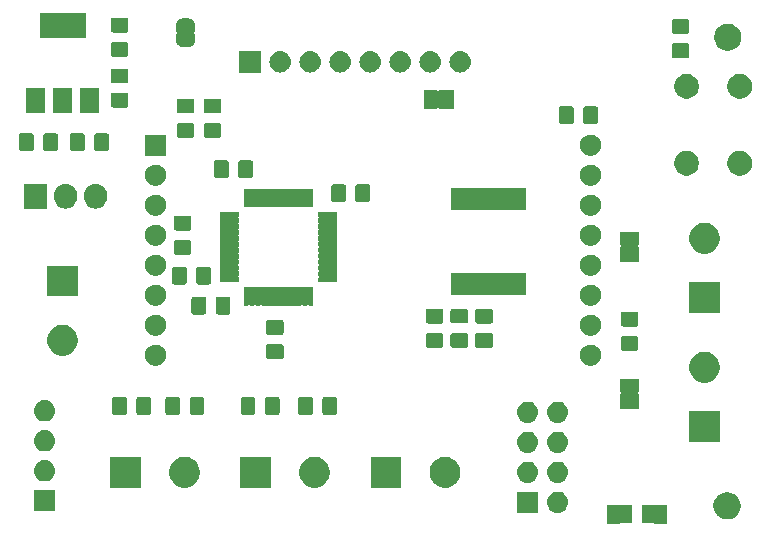
<source format=gbr>
G04 #@! TF.GenerationSoftware,KiCad,Pcbnew,5.1.2*
G04 #@! TF.CreationDate,2019-05-23T10:46:26+02:00*
G04 #@! TF.ProjectId,pcb,7063622e-6b69-4636-9164-5f7063625858,rev?*
G04 #@! TF.SameCoordinates,Original*
G04 #@! TF.FileFunction,Soldermask,Top*
G04 #@! TF.FilePolarity,Negative*
%FSLAX46Y46*%
G04 Gerber Fmt 4.6, Leading zero omitted, Abs format (unit mm)*
G04 Created by KiCad (PCBNEW 5.1.2) date 2019-05-23 10:46:26*
%MOMM*%
%LPD*%
G04 APERTURE LIST*
%ADD10C,0.100000*%
G04 APERTURE END LIST*
D10*
G36*
X147162999Y-82257737D02*
G01*
X147172608Y-82260652D01*
X147181472Y-82265390D01*
X147189237Y-82271763D01*
X147195610Y-82279528D01*
X147200348Y-82288392D01*
X147203263Y-82298001D01*
X147204852Y-82314140D01*
X147204852Y-83801860D01*
X147203263Y-83817999D01*
X147200348Y-83827608D01*
X147195610Y-83836472D01*
X147189237Y-83844237D01*
X147181472Y-83850610D01*
X147172608Y-83855348D01*
X147162999Y-83858263D01*
X147146860Y-83859852D01*
X146159140Y-83859852D01*
X146143001Y-83858263D01*
X146133392Y-83855348D01*
X146124528Y-83850610D01*
X146107630Y-83836742D01*
X146107541Y-83836653D01*
X146107429Y-83836577D01*
X146107243Y-83836425D01*
X146107229Y-83836443D01*
X146087214Y-83822967D01*
X146064608Y-83813511D01*
X146040592Y-83808646D01*
X146027903Y-83808000D01*
X145103000Y-83808000D01*
X145103000Y-82308000D01*
X146027911Y-82308000D01*
X146052297Y-82305598D01*
X146075746Y-82298485D01*
X146097357Y-82286934D01*
X146107310Y-82279544D01*
X146117165Y-82271439D01*
X146124484Y-82265419D01*
X146133339Y-82260674D01*
X146136377Y-82259749D01*
X146142915Y-82257758D01*
X146142918Y-82257758D01*
X146142950Y-82257748D01*
X146153000Y-82256753D01*
X146153065Y-82256753D01*
X146159175Y-82256148D01*
X147146860Y-82256148D01*
X147162999Y-82257737D01*
X147162999Y-82257737D01*
G37*
G36*
X143162999Y-82257737D02*
G01*
X143172608Y-82260652D01*
X143181472Y-82265390D01*
X143198370Y-82279258D01*
X143198459Y-82279347D01*
X143198571Y-82279423D01*
X143198757Y-82279575D01*
X143198771Y-82279557D01*
X143218786Y-82293033D01*
X143241392Y-82302489D01*
X143265408Y-82307354D01*
X143278097Y-82308000D01*
X144203000Y-82308000D01*
X144203000Y-83808000D01*
X143278089Y-83808000D01*
X143253703Y-83810402D01*
X143230254Y-83817515D01*
X143208643Y-83829066D01*
X143198690Y-83836456D01*
X143189275Y-83844199D01*
X143181516Y-83850581D01*
X143172661Y-83855326D01*
X143169623Y-83856251D01*
X143163085Y-83858242D01*
X143163082Y-83858242D01*
X143163050Y-83858252D01*
X143153000Y-83859247D01*
X143152935Y-83859247D01*
X143146825Y-83859852D01*
X142159140Y-83859852D01*
X142143001Y-83858263D01*
X142133392Y-83855348D01*
X142124528Y-83850610D01*
X142116763Y-83844237D01*
X142110390Y-83836472D01*
X142105652Y-83827608D01*
X142102737Y-83817999D01*
X142101148Y-83801860D01*
X142101148Y-82314140D01*
X142102737Y-82298001D01*
X142105652Y-82288392D01*
X142110390Y-82279528D01*
X142116763Y-82271763D01*
X142124528Y-82265390D01*
X142133392Y-82260652D01*
X142143001Y-82257737D01*
X142159140Y-82256148D01*
X143146860Y-82256148D01*
X143162999Y-82257737D01*
X143162999Y-82257737D01*
G37*
G36*
X152497549Y-81230616D02*
G01*
X152608734Y-81252732D01*
X152818203Y-81339497D01*
X153006720Y-81465460D01*
X153167040Y-81625780D01*
X153213648Y-81695534D01*
X153293004Y-81814299D01*
X153379768Y-82023767D01*
X153424000Y-82246135D01*
X153424000Y-82472865D01*
X153409653Y-82544991D01*
X153379768Y-82695234D01*
X153293003Y-82904703D01*
X153167040Y-83093220D01*
X153006720Y-83253540D01*
X152818203Y-83379503D01*
X152608734Y-83466268D01*
X152497549Y-83488384D01*
X152386365Y-83510500D01*
X152159635Y-83510500D01*
X152048451Y-83488384D01*
X151937266Y-83466268D01*
X151727797Y-83379503D01*
X151539280Y-83253540D01*
X151378960Y-83093220D01*
X151252997Y-82904703D01*
X151166232Y-82695234D01*
X151136347Y-82544991D01*
X151122000Y-82472865D01*
X151122000Y-82246135D01*
X151166232Y-82023767D01*
X151252996Y-81814299D01*
X151332352Y-81695534D01*
X151378960Y-81625780D01*
X151539280Y-81465460D01*
X151727797Y-81339497D01*
X151937266Y-81252732D01*
X152048451Y-81230616D01*
X152159635Y-81208500D01*
X152386365Y-81208500D01*
X152497549Y-81230616D01*
X152497549Y-81230616D01*
G37*
G36*
X138032443Y-81147519D02*
G01*
X138098627Y-81154037D01*
X138268466Y-81205557D01*
X138424991Y-81289222D01*
X138460729Y-81318552D01*
X138562186Y-81401814D01*
X138645448Y-81503271D01*
X138674778Y-81539009D01*
X138758443Y-81695534D01*
X138809963Y-81865373D01*
X138827359Y-82042000D01*
X138809963Y-82218627D01*
X138758443Y-82388466D01*
X138674778Y-82544991D01*
X138645448Y-82580729D01*
X138562186Y-82682186D01*
X138460729Y-82765448D01*
X138424991Y-82794778D01*
X138268466Y-82878443D01*
X138098627Y-82929963D01*
X138032443Y-82936481D01*
X137966260Y-82943000D01*
X137877740Y-82943000D01*
X137811557Y-82936481D01*
X137745373Y-82929963D01*
X137575534Y-82878443D01*
X137419009Y-82794778D01*
X137383271Y-82765448D01*
X137281814Y-82682186D01*
X137198552Y-82580729D01*
X137169222Y-82544991D01*
X137085557Y-82388466D01*
X137034037Y-82218627D01*
X137016641Y-82042000D01*
X137034037Y-81865373D01*
X137085557Y-81695534D01*
X137169222Y-81539009D01*
X137198552Y-81503271D01*
X137281814Y-81401814D01*
X137383271Y-81318552D01*
X137419009Y-81289222D01*
X137575534Y-81205557D01*
X137745373Y-81154037D01*
X137811557Y-81147519D01*
X137877740Y-81141000D01*
X137966260Y-81141000D01*
X138032443Y-81147519D01*
X138032443Y-81147519D01*
G37*
G36*
X136283000Y-82943000D02*
G01*
X134481000Y-82943000D01*
X134481000Y-81141000D01*
X136283000Y-81141000D01*
X136283000Y-82943000D01*
X136283000Y-82943000D01*
G37*
G36*
X95389000Y-82816000D02*
G01*
X93587000Y-82816000D01*
X93587000Y-81014000D01*
X95389000Y-81014000D01*
X95389000Y-82816000D01*
X95389000Y-82816000D01*
G37*
G36*
X102647000Y-80803000D02*
G01*
X100045000Y-80803000D01*
X100045000Y-78201000D01*
X102647000Y-78201000D01*
X102647000Y-80803000D01*
X102647000Y-80803000D01*
G37*
G36*
X106725487Y-78250996D02*
G01*
X106962253Y-78349068D01*
X106962255Y-78349069D01*
X107175339Y-78491447D01*
X107356553Y-78672661D01*
X107482942Y-78861815D01*
X107498932Y-78885747D01*
X107597004Y-79122513D01*
X107647000Y-79373861D01*
X107647000Y-79630139D01*
X107597004Y-79881487D01*
X107541624Y-80015185D01*
X107498931Y-80118255D01*
X107356553Y-80331339D01*
X107175339Y-80512553D01*
X106962255Y-80654931D01*
X106962254Y-80654932D01*
X106962253Y-80654932D01*
X106725487Y-80753004D01*
X106474139Y-80803000D01*
X106217861Y-80803000D01*
X105966513Y-80753004D01*
X105729747Y-80654932D01*
X105729746Y-80654932D01*
X105729745Y-80654931D01*
X105516661Y-80512553D01*
X105335447Y-80331339D01*
X105193069Y-80118255D01*
X105150376Y-80015185D01*
X105094996Y-79881487D01*
X105045000Y-79630139D01*
X105045000Y-79373861D01*
X105094996Y-79122513D01*
X105193068Y-78885747D01*
X105209059Y-78861815D01*
X105335447Y-78672661D01*
X105516661Y-78491447D01*
X105729745Y-78349069D01*
X105729747Y-78349068D01*
X105966513Y-78250996D01*
X106217861Y-78201000D01*
X106474139Y-78201000D01*
X106725487Y-78250996D01*
X106725487Y-78250996D01*
G37*
G36*
X113645200Y-80803000D02*
G01*
X111043200Y-80803000D01*
X111043200Y-78201000D01*
X113645200Y-78201000D01*
X113645200Y-80803000D01*
X113645200Y-80803000D01*
G37*
G36*
X128772687Y-78250996D02*
G01*
X129009453Y-78349068D01*
X129009455Y-78349069D01*
X129222539Y-78491447D01*
X129403753Y-78672661D01*
X129530142Y-78861815D01*
X129546132Y-78885747D01*
X129644204Y-79122513D01*
X129694200Y-79373861D01*
X129694200Y-79630139D01*
X129644204Y-79881487D01*
X129588824Y-80015185D01*
X129546131Y-80118255D01*
X129403753Y-80331339D01*
X129222539Y-80512553D01*
X129009455Y-80654931D01*
X129009454Y-80654932D01*
X129009453Y-80654932D01*
X128772687Y-80753004D01*
X128521339Y-80803000D01*
X128265061Y-80803000D01*
X128013713Y-80753004D01*
X127776947Y-80654932D01*
X127776946Y-80654932D01*
X127776945Y-80654931D01*
X127563861Y-80512553D01*
X127382647Y-80331339D01*
X127240269Y-80118255D01*
X127197576Y-80015185D01*
X127142196Y-79881487D01*
X127092200Y-79630139D01*
X127092200Y-79373861D01*
X127142196Y-79122513D01*
X127240268Y-78885747D01*
X127256259Y-78861815D01*
X127382647Y-78672661D01*
X127563861Y-78491447D01*
X127776945Y-78349069D01*
X127776947Y-78349068D01*
X128013713Y-78250996D01*
X128265061Y-78201000D01*
X128521339Y-78201000D01*
X128772687Y-78250996D01*
X128772687Y-78250996D01*
G37*
G36*
X117723687Y-78250996D02*
G01*
X117960453Y-78349068D01*
X117960455Y-78349069D01*
X118173539Y-78491447D01*
X118354753Y-78672661D01*
X118481142Y-78861815D01*
X118497132Y-78885747D01*
X118595204Y-79122513D01*
X118645200Y-79373861D01*
X118645200Y-79630139D01*
X118595204Y-79881487D01*
X118539824Y-80015185D01*
X118497131Y-80118255D01*
X118354753Y-80331339D01*
X118173539Y-80512553D01*
X117960455Y-80654931D01*
X117960454Y-80654932D01*
X117960453Y-80654932D01*
X117723687Y-80753004D01*
X117472339Y-80803000D01*
X117216061Y-80803000D01*
X116964713Y-80753004D01*
X116727947Y-80654932D01*
X116727946Y-80654932D01*
X116727945Y-80654931D01*
X116514861Y-80512553D01*
X116333647Y-80331339D01*
X116191269Y-80118255D01*
X116148576Y-80015185D01*
X116093196Y-79881487D01*
X116043200Y-79630139D01*
X116043200Y-79373861D01*
X116093196Y-79122513D01*
X116191268Y-78885747D01*
X116207259Y-78861815D01*
X116333647Y-78672661D01*
X116514861Y-78491447D01*
X116727945Y-78349069D01*
X116727947Y-78349068D01*
X116964713Y-78250996D01*
X117216061Y-78201000D01*
X117472339Y-78201000D01*
X117723687Y-78250996D01*
X117723687Y-78250996D01*
G37*
G36*
X124694200Y-80803000D02*
G01*
X122092200Y-80803000D01*
X122092200Y-78201000D01*
X124694200Y-78201000D01*
X124694200Y-80803000D01*
X124694200Y-80803000D01*
G37*
G36*
X138032442Y-78607518D02*
G01*
X138098627Y-78614037D01*
X138268466Y-78665557D01*
X138424991Y-78749222D01*
X138460729Y-78778552D01*
X138562186Y-78861814D01*
X138645448Y-78963271D01*
X138674778Y-78999009D01*
X138758443Y-79155534D01*
X138809963Y-79325373D01*
X138827359Y-79502000D01*
X138809963Y-79678627D01*
X138758443Y-79848466D01*
X138674778Y-80004991D01*
X138666411Y-80015186D01*
X138562186Y-80142186D01*
X138460729Y-80225448D01*
X138424991Y-80254778D01*
X138268466Y-80338443D01*
X138098627Y-80389963D01*
X138032442Y-80396482D01*
X137966260Y-80403000D01*
X137877740Y-80403000D01*
X137811558Y-80396482D01*
X137745373Y-80389963D01*
X137575534Y-80338443D01*
X137419009Y-80254778D01*
X137383271Y-80225448D01*
X137281814Y-80142186D01*
X137177589Y-80015186D01*
X137169222Y-80004991D01*
X137085557Y-79848466D01*
X137034037Y-79678627D01*
X137016641Y-79502000D01*
X137034037Y-79325373D01*
X137085557Y-79155534D01*
X137169222Y-78999009D01*
X137198552Y-78963271D01*
X137281814Y-78861814D01*
X137383271Y-78778552D01*
X137419009Y-78749222D01*
X137575534Y-78665557D01*
X137745373Y-78614037D01*
X137811558Y-78607518D01*
X137877740Y-78601000D01*
X137966260Y-78601000D01*
X138032442Y-78607518D01*
X138032442Y-78607518D01*
G37*
G36*
X135492442Y-78607518D02*
G01*
X135558627Y-78614037D01*
X135728466Y-78665557D01*
X135884991Y-78749222D01*
X135920729Y-78778552D01*
X136022186Y-78861814D01*
X136105448Y-78963271D01*
X136134778Y-78999009D01*
X136218443Y-79155534D01*
X136269963Y-79325373D01*
X136287359Y-79502000D01*
X136269963Y-79678627D01*
X136218443Y-79848466D01*
X136134778Y-80004991D01*
X136126411Y-80015186D01*
X136022186Y-80142186D01*
X135920729Y-80225448D01*
X135884991Y-80254778D01*
X135728466Y-80338443D01*
X135558627Y-80389963D01*
X135492442Y-80396482D01*
X135426260Y-80403000D01*
X135337740Y-80403000D01*
X135271558Y-80396482D01*
X135205373Y-80389963D01*
X135035534Y-80338443D01*
X134879009Y-80254778D01*
X134843271Y-80225448D01*
X134741814Y-80142186D01*
X134637589Y-80015186D01*
X134629222Y-80004991D01*
X134545557Y-79848466D01*
X134494037Y-79678627D01*
X134476641Y-79502000D01*
X134494037Y-79325373D01*
X134545557Y-79155534D01*
X134629222Y-78999009D01*
X134658552Y-78963271D01*
X134741814Y-78861814D01*
X134843271Y-78778552D01*
X134879009Y-78749222D01*
X135035534Y-78665557D01*
X135205373Y-78614037D01*
X135271558Y-78607518D01*
X135337740Y-78601000D01*
X135426260Y-78601000D01*
X135492442Y-78607518D01*
X135492442Y-78607518D01*
G37*
G36*
X94598442Y-78480518D02*
G01*
X94664627Y-78487037D01*
X94834466Y-78538557D01*
X94990991Y-78622222D01*
X95026729Y-78651552D01*
X95128186Y-78734814D01*
X95211448Y-78836271D01*
X95240778Y-78872009D01*
X95324443Y-79028534D01*
X95375963Y-79198373D01*
X95393359Y-79375000D01*
X95375963Y-79551627D01*
X95324443Y-79721466D01*
X95240778Y-79877991D01*
X95211448Y-79913729D01*
X95128186Y-80015186D01*
X95026729Y-80098448D01*
X94990991Y-80127778D01*
X94834466Y-80211443D01*
X94664627Y-80262963D01*
X94598442Y-80269482D01*
X94532260Y-80276000D01*
X94443740Y-80276000D01*
X94377558Y-80269482D01*
X94311373Y-80262963D01*
X94141534Y-80211443D01*
X93985009Y-80127778D01*
X93949271Y-80098448D01*
X93847814Y-80015186D01*
X93764552Y-79913729D01*
X93735222Y-79877991D01*
X93651557Y-79721466D01*
X93600037Y-79551627D01*
X93582641Y-79375000D01*
X93600037Y-79198373D01*
X93651557Y-79028534D01*
X93735222Y-78872009D01*
X93764552Y-78836271D01*
X93847814Y-78734814D01*
X93949271Y-78651552D01*
X93985009Y-78622222D01*
X94141534Y-78538557D01*
X94311373Y-78487037D01*
X94377558Y-78480518D01*
X94443740Y-78474000D01*
X94532260Y-78474000D01*
X94598442Y-78480518D01*
X94598442Y-78480518D01*
G37*
G36*
X135492443Y-76067519D02*
G01*
X135558627Y-76074037D01*
X135728466Y-76125557D01*
X135884991Y-76209222D01*
X135920729Y-76238552D01*
X136022186Y-76321814D01*
X136105448Y-76423271D01*
X136134778Y-76459009D01*
X136218443Y-76615534D01*
X136269963Y-76785373D01*
X136287359Y-76962000D01*
X136269963Y-77138627D01*
X136218443Y-77308466D01*
X136134778Y-77464991D01*
X136126411Y-77475186D01*
X136022186Y-77602186D01*
X135920729Y-77685448D01*
X135884991Y-77714778D01*
X135728466Y-77798443D01*
X135558627Y-77849963D01*
X135492443Y-77856481D01*
X135426260Y-77863000D01*
X135337740Y-77863000D01*
X135271557Y-77856481D01*
X135205373Y-77849963D01*
X135035534Y-77798443D01*
X134879009Y-77714778D01*
X134843271Y-77685448D01*
X134741814Y-77602186D01*
X134637589Y-77475186D01*
X134629222Y-77464991D01*
X134545557Y-77308466D01*
X134494037Y-77138627D01*
X134476641Y-76962000D01*
X134494037Y-76785373D01*
X134545557Y-76615534D01*
X134629222Y-76459009D01*
X134658552Y-76423271D01*
X134741814Y-76321814D01*
X134843271Y-76238552D01*
X134879009Y-76209222D01*
X135035534Y-76125557D01*
X135205373Y-76074037D01*
X135271557Y-76067519D01*
X135337740Y-76061000D01*
X135426260Y-76061000D01*
X135492443Y-76067519D01*
X135492443Y-76067519D01*
G37*
G36*
X138032443Y-76067519D02*
G01*
X138098627Y-76074037D01*
X138268466Y-76125557D01*
X138424991Y-76209222D01*
X138460729Y-76238552D01*
X138562186Y-76321814D01*
X138645448Y-76423271D01*
X138674778Y-76459009D01*
X138758443Y-76615534D01*
X138809963Y-76785373D01*
X138827359Y-76962000D01*
X138809963Y-77138627D01*
X138758443Y-77308466D01*
X138674778Y-77464991D01*
X138666411Y-77475186D01*
X138562186Y-77602186D01*
X138460729Y-77685448D01*
X138424991Y-77714778D01*
X138268466Y-77798443D01*
X138098627Y-77849963D01*
X138032443Y-77856481D01*
X137966260Y-77863000D01*
X137877740Y-77863000D01*
X137811557Y-77856481D01*
X137745373Y-77849963D01*
X137575534Y-77798443D01*
X137419009Y-77714778D01*
X137383271Y-77685448D01*
X137281814Y-77602186D01*
X137177589Y-77475186D01*
X137169222Y-77464991D01*
X137085557Y-77308466D01*
X137034037Y-77138627D01*
X137016641Y-76962000D01*
X137034037Y-76785373D01*
X137085557Y-76615534D01*
X137169222Y-76459009D01*
X137198552Y-76423271D01*
X137281814Y-76321814D01*
X137383271Y-76238552D01*
X137419009Y-76209222D01*
X137575534Y-76125557D01*
X137745373Y-76074037D01*
X137811557Y-76067519D01*
X137877740Y-76061000D01*
X137966260Y-76061000D01*
X138032443Y-76067519D01*
X138032443Y-76067519D01*
G37*
G36*
X94598442Y-75940518D02*
G01*
X94664627Y-75947037D01*
X94834466Y-75998557D01*
X94990991Y-76082222D01*
X95026729Y-76111552D01*
X95128186Y-76194814D01*
X95211448Y-76296271D01*
X95240778Y-76332009D01*
X95324443Y-76488534D01*
X95375963Y-76658373D01*
X95393359Y-76835000D01*
X95375963Y-77011627D01*
X95324443Y-77181466D01*
X95240778Y-77337991D01*
X95211448Y-77373729D01*
X95128186Y-77475186D01*
X95026729Y-77558448D01*
X94990991Y-77587778D01*
X94834466Y-77671443D01*
X94664627Y-77722963D01*
X94598443Y-77729481D01*
X94532260Y-77736000D01*
X94443740Y-77736000D01*
X94377557Y-77729481D01*
X94311373Y-77722963D01*
X94141534Y-77671443D01*
X93985009Y-77587778D01*
X93949271Y-77558448D01*
X93847814Y-77475186D01*
X93764552Y-77373729D01*
X93735222Y-77337991D01*
X93651557Y-77181466D01*
X93600037Y-77011627D01*
X93582641Y-76835000D01*
X93600037Y-76658373D01*
X93651557Y-76488534D01*
X93735222Y-76332009D01*
X93764552Y-76296271D01*
X93847814Y-76194814D01*
X93949271Y-76111552D01*
X93985009Y-76082222D01*
X94141534Y-75998557D01*
X94311373Y-75947037D01*
X94377558Y-75940518D01*
X94443740Y-75934000D01*
X94532260Y-75934000D01*
X94598442Y-75940518D01*
X94598442Y-75940518D01*
G37*
G36*
X151669000Y-76913000D02*
G01*
X149067000Y-76913000D01*
X149067000Y-74311000D01*
X151669000Y-74311000D01*
X151669000Y-76913000D01*
X151669000Y-76913000D01*
G37*
G36*
X138032442Y-73527518D02*
G01*
X138098627Y-73534037D01*
X138268466Y-73585557D01*
X138424991Y-73669222D01*
X138460729Y-73698552D01*
X138562186Y-73781814D01*
X138645448Y-73883271D01*
X138674778Y-73919009D01*
X138758443Y-74075534D01*
X138809963Y-74245373D01*
X138827359Y-74422000D01*
X138809963Y-74598627D01*
X138758443Y-74768466D01*
X138674778Y-74924991D01*
X138666411Y-74935186D01*
X138562186Y-75062186D01*
X138460729Y-75145448D01*
X138424991Y-75174778D01*
X138268466Y-75258443D01*
X138098627Y-75309963D01*
X138032443Y-75316481D01*
X137966260Y-75323000D01*
X137877740Y-75323000D01*
X137811557Y-75316481D01*
X137745373Y-75309963D01*
X137575534Y-75258443D01*
X137419009Y-75174778D01*
X137383271Y-75145448D01*
X137281814Y-75062186D01*
X137177589Y-74935186D01*
X137169222Y-74924991D01*
X137085557Y-74768466D01*
X137034037Y-74598627D01*
X137016641Y-74422000D01*
X137034037Y-74245373D01*
X137085557Y-74075534D01*
X137169222Y-73919009D01*
X137198552Y-73883271D01*
X137281814Y-73781814D01*
X137383271Y-73698552D01*
X137419009Y-73669222D01*
X137575534Y-73585557D01*
X137745373Y-73534037D01*
X137811558Y-73527518D01*
X137877740Y-73521000D01*
X137966260Y-73521000D01*
X138032442Y-73527518D01*
X138032442Y-73527518D01*
G37*
G36*
X135492442Y-73527518D02*
G01*
X135558627Y-73534037D01*
X135728466Y-73585557D01*
X135884991Y-73669222D01*
X135920729Y-73698552D01*
X136022186Y-73781814D01*
X136105448Y-73883271D01*
X136134778Y-73919009D01*
X136218443Y-74075534D01*
X136269963Y-74245373D01*
X136287359Y-74422000D01*
X136269963Y-74598627D01*
X136218443Y-74768466D01*
X136134778Y-74924991D01*
X136126411Y-74935186D01*
X136022186Y-75062186D01*
X135920729Y-75145448D01*
X135884991Y-75174778D01*
X135728466Y-75258443D01*
X135558627Y-75309963D01*
X135492443Y-75316481D01*
X135426260Y-75323000D01*
X135337740Y-75323000D01*
X135271557Y-75316481D01*
X135205373Y-75309963D01*
X135035534Y-75258443D01*
X134879009Y-75174778D01*
X134843271Y-75145448D01*
X134741814Y-75062186D01*
X134637589Y-74935186D01*
X134629222Y-74924991D01*
X134545557Y-74768466D01*
X134494037Y-74598627D01*
X134476641Y-74422000D01*
X134494037Y-74245373D01*
X134545557Y-74075534D01*
X134629222Y-73919009D01*
X134658552Y-73883271D01*
X134741814Y-73781814D01*
X134843271Y-73698552D01*
X134879009Y-73669222D01*
X135035534Y-73585557D01*
X135205373Y-73534037D01*
X135271558Y-73527518D01*
X135337740Y-73521000D01*
X135426260Y-73521000D01*
X135492442Y-73527518D01*
X135492442Y-73527518D01*
G37*
G36*
X94598443Y-73400519D02*
G01*
X94664627Y-73407037D01*
X94834466Y-73458557D01*
X94990991Y-73542222D01*
X95026729Y-73571552D01*
X95128186Y-73654814D01*
X95211448Y-73756271D01*
X95240778Y-73792009D01*
X95324443Y-73948534D01*
X95375963Y-74118373D01*
X95393359Y-74295000D01*
X95375963Y-74471627D01*
X95324443Y-74641466D01*
X95240778Y-74797991D01*
X95211448Y-74833729D01*
X95128186Y-74935186D01*
X95026729Y-75018448D01*
X94990991Y-75047778D01*
X94834466Y-75131443D01*
X94664627Y-75182963D01*
X94598442Y-75189482D01*
X94532260Y-75196000D01*
X94443740Y-75196000D01*
X94377558Y-75189482D01*
X94311373Y-75182963D01*
X94141534Y-75131443D01*
X93985009Y-75047778D01*
X93949271Y-75018448D01*
X93847814Y-74935186D01*
X93764552Y-74833729D01*
X93735222Y-74797991D01*
X93651557Y-74641466D01*
X93600037Y-74471627D01*
X93582641Y-74295000D01*
X93600037Y-74118373D01*
X93651557Y-73948534D01*
X93735222Y-73792009D01*
X93764552Y-73756271D01*
X93847814Y-73654814D01*
X93949271Y-73571552D01*
X93985009Y-73542222D01*
X94141534Y-73458557D01*
X94311373Y-73407037D01*
X94377557Y-73400519D01*
X94443740Y-73394000D01*
X94532260Y-73394000D01*
X94598443Y-73400519D01*
X94598443Y-73400519D01*
G37*
G36*
X117049674Y-73142065D02*
G01*
X117087367Y-73153499D01*
X117122103Y-73172066D01*
X117152548Y-73197052D01*
X117177534Y-73227497D01*
X117196101Y-73262233D01*
X117207535Y-73299926D01*
X117212000Y-73345261D01*
X117212000Y-74431939D01*
X117207535Y-74477274D01*
X117196101Y-74514967D01*
X117177534Y-74549703D01*
X117152548Y-74580148D01*
X117122103Y-74605134D01*
X117087367Y-74623701D01*
X117049674Y-74635135D01*
X117004339Y-74639600D01*
X116167661Y-74639600D01*
X116122326Y-74635135D01*
X116084633Y-74623701D01*
X116049897Y-74605134D01*
X116019452Y-74580148D01*
X115994466Y-74549703D01*
X115975899Y-74514967D01*
X115964465Y-74477274D01*
X115960000Y-74431939D01*
X115960000Y-73345261D01*
X115964465Y-73299926D01*
X115975899Y-73262233D01*
X115994466Y-73227497D01*
X116019452Y-73197052D01*
X116049897Y-73172066D01*
X116084633Y-73153499D01*
X116122326Y-73142065D01*
X116167661Y-73137600D01*
X117004339Y-73137600D01*
X117049674Y-73142065D01*
X117049674Y-73142065D01*
G37*
G36*
X107854874Y-73142065D02*
G01*
X107892567Y-73153499D01*
X107927303Y-73172066D01*
X107957748Y-73197052D01*
X107982734Y-73227497D01*
X108001301Y-73262233D01*
X108012735Y-73299926D01*
X108017200Y-73345261D01*
X108017200Y-74431939D01*
X108012735Y-74477274D01*
X108001301Y-74514967D01*
X107982734Y-74549703D01*
X107957748Y-74580148D01*
X107927303Y-74605134D01*
X107892567Y-74623701D01*
X107854874Y-74635135D01*
X107809539Y-74639600D01*
X106972861Y-74639600D01*
X106927526Y-74635135D01*
X106889833Y-74623701D01*
X106855097Y-74605134D01*
X106824652Y-74580148D01*
X106799666Y-74549703D01*
X106781099Y-74514967D01*
X106769665Y-74477274D01*
X106765200Y-74431939D01*
X106765200Y-73345261D01*
X106769665Y-73299926D01*
X106781099Y-73262233D01*
X106799666Y-73227497D01*
X106824652Y-73197052D01*
X106855097Y-73172066D01*
X106889833Y-73153499D01*
X106927526Y-73142065D01*
X106972861Y-73137600D01*
X107809539Y-73137600D01*
X107854874Y-73142065D01*
X107854874Y-73142065D01*
G37*
G36*
X105804874Y-73142065D02*
G01*
X105842567Y-73153499D01*
X105877303Y-73172066D01*
X105907748Y-73197052D01*
X105932734Y-73227497D01*
X105951301Y-73262233D01*
X105962735Y-73299926D01*
X105967200Y-73345261D01*
X105967200Y-74431939D01*
X105962735Y-74477274D01*
X105951301Y-74514967D01*
X105932734Y-74549703D01*
X105907748Y-74580148D01*
X105877303Y-74605134D01*
X105842567Y-74623701D01*
X105804874Y-74635135D01*
X105759539Y-74639600D01*
X104922861Y-74639600D01*
X104877526Y-74635135D01*
X104839833Y-74623701D01*
X104805097Y-74605134D01*
X104774652Y-74580148D01*
X104749666Y-74549703D01*
X104731099Y-74514967D01*
X104719665Y-74477274D01*
X104715200Y-74431939D01*
X104715200Y-73345261D01*
X104719665Y-73299926D01*
X104731099Y-73262233D01*
X104749666Y-73227497D01*
X104774652Y-73197052D01*
X104805097Y-73172066D01*
X104839833Y-73153499D01*
X104877526Y-73142065D01*
X104922861Y-73137600D01*
X105759539Y-73137600D01*
X105804874Y-73142065D01*
X105804874Y-73142065D01*
G37*
G36*
X112180274Y-73142065D02*
G01*
X112217967Y-73153499D01*
X112252703Y-73172066D01*
X112283148Y-73197052D01*
X112308134Y-73227497D01*
X112326701Y-73262233D01*
X112338135Y-73299926D01*
X112342600Y-73345261D01*
X112342600Y-74431939D01*
X112338135Y-74477274D01*
X112326701Y-74514967D01*
X112308134Y-74549703D01*
X112283148Y-74580148D01*
X112252703Y-74605134D01*
X112217967Y-74623701D01*
X112180274Y-74635135D01*
X112134939Y-74639600D01*
X111298261Y-74639600D01*
X111252926Y-74635135D01*
X111215233Y-74623701D01*
X111180497Y-74605134D01*
X111150052Y-74580148D01*
X111125066Y-74549703D01*
X111106499Y-74514967D01*
X111095065Y-74477274D01*
X111090600Y-74431939D01*
X111090600Y-73345261D01*
X111095065Y-73299926D01*
X111106499Y-73262233D01*
X111125066Y-73227497D01*
X111150052Y-73197052D01*
X111180497Y-73172066D01*
X111215233Y-73153499D01*
X111252926Y-73142065D01*
X111298261Y-73137600D01*
X112134939Y-73137600D01*
X112180274Y-73142065D01*
X112180274Y-73142065D01*
G37*
G36*
X101301674Y-73142065D02*
G01*
X101339367Y-73153499D01*
X101374103Y-73172066D01*
X101404548Y-73197052D01*
X101429534Y-73227497D01*
X101448101Y-73262233D01*
X101459535Y-73299926D01*
X101464000Y-73345261D01*
X101464000Y-74431939D01*
X101459535Y-74477274D01*
X101448101Y-74514967D01*
X101429534Y-74549703D01*
X101404548Y-74580148D01*
X101374103Y-74605134D01*
X101339367Y-74623701D01*
X101301674Y-74635135D01*
X101256339Y-74639600D01*
X100419661Y-74639600D01*
X100374326Y-74635135D01*
X100336633Y-74623701D01*
X100301897Y-74605134D01*
X100271452Y-74580148D01*
X100246466Y-74549703D01*
X100227899Y-74514967D01*
X100216465Y-74477274D01*
X100212000Y-74431939D01*
X100212000Y-73345261D01*
X100216465Y-73299926D01*
X100227899Y-73262233D01*
X100246466Y-73227497D01*
X100271452Y-73197052D01*
X100301897Y-73172066D01*
X100336633Y-73153499D01*
X100374326Y-73142065D01*
X100419661Y-73137600D01*
X101256339Y-73137600D01*
X101301674Y-73142065D01*
X101301674Y-73142065D01*
G37*
G36*
X114230274Y-73142065D02*
G01*
X114267967Y-73153499D01*
X114302703Y-73172066D01*
X114333148Y-73197052D01*
X114358134Y-73227497D01*
X114376701Y-73262233D01*
X114388135Y-73299926D01*
X114392600Y-73345261D01*
X114392600Y-74431939D01*
X114388135Y-74477274D01*
X114376701Y-74514967D01*
X114358134Y-74549703D01*
X114333148Y-74580148D01*
X114302703Y-74605134D01*
X114267967Y-74623701D01*
X114230274Y-74635135D01*
X114184939Y-74639600D01*
X113348261Y-74639600D01*
X113302926Y-74635135D01*
X113265233Y-74623701D01*
X113230497Y-74605134D01*
X113200052Y-74580148D01*
X113175066Y-74549703D01*
X113156499Y-74514967D01*
X113145065Y-74477274D01*
X113140600Y-74431939D01*
X113140600Y-73345261D01*
X113145065Y-73299926D01*
X113156499Y-73262233D01*
X113175066Y-73227497D01*
X113200052Y-73197052D01*
X113230497Y-73172066D01*
X113265233Y-73153499D01*
X113302926Y-73142065D01*
X113348261Y-73137600D01*
X114184939Y-73137600D01*
X114230274Y-73142065D01*
X114230274Y-73142065D01*
G37*
G36*
X119099674Y-73142065D02*
G01*
X119137367Y-73153499D01*
X119172103Y-73172066D01*
X119202548Y-73197052D01*
X119227534Y-73227497D01*
X119246101Y-73262233D01*
X119257535Y-73299926D01*
X119262000Y-73345261D01*
X119262000Y-74431939D01*
X119257535Y-74477274D01*
X119246101Y-74514967D01*
X119227534Y-74549703D01*
X119202548Y-74580148D01*
X119172103Y-74605134D01*
X119137367Y-74623701D01*
X119099674Y-74635135D01*
X119054339Y-74639600D01*
X118217661Y-74639600D01*
X118172326Y-74635135D01*
X118134633Y-74623701D01*
X118099897Y-74605134D01*
X118069452Y-74580148D01*
X118044466Y-74549703D01*
X118025899Y-74514967D01*
X118014465Y-74477274D01*
X118010000Y-74431939D01*
X118010000Y-73345261D01*
X118014465Y-73299926D01*
X118025899Y-73262233D01*
X118044466Y-73227497D01*
X118069452Y-73197052D01*
X118099897Y-73172066D01*
X118134633Y-73153499D01*
X118172326Y-73142065D01*
X118217661Y-73137600D01*
X119054339Y-73137600D01*
X119099674Y-73142065D01*
X119099674Y-73142065D01*
G37*
G36*
X103351674Y-73142065D02*
G01*
X103389367Y-73153499D01*
X103424103Y-73172066D01*
X103454548Y-73197052D01*
X103479534Y-73227497D01*
X103498101Y-73262233D01*
X103509535Y-73299926D01*
X103514000Y-73345261D01*
X103514000Y-74431939D01*
X103509535Y-74477274D01*
X103498101Y-74514967D01*
X103479534Y-74549703D01*
X103454548Y-74580148D01*
X103424103Y-74605134D01*
X103389367Y-74623701D01*
X103351674Y-74635135D01*
X103306339Y-74639600D01*
X102469661Y-74639600D01*
X102424326Y-74635135D01*
X102386633Y-74623701D01*
X102351897Y-74605134D01*
X102321452Y-74580148D01*
X102296466Y-74549703D01*
X102277899Y-74514967D01*
X102266465Y-74477274D01*
X102262000Y-74431939D01*
X102262000Y-73345261D01*
X102266465Y-73299926D01*
X102277899Y-73262233D01*
X102296466Y-73227497D01*
X102321452Y-73197052D01*
X102351897Y-73172066D01*
X102386633Y-73153499D01*
X102424326Y-73142065D01*
X102469661Y-73137600D01*
X103306339Y-73137600D01*
X103351674Y-73142065D01*
X103351674Y-73142065D01*
G37*
G36*
X144777999Y-71585737D02*
G01*
X144787608Y-71588652D01*
X144796472Y-71593390D01*
X144804237Y-71599763D01*
X144810610Y-71607528D01*
X144815348Y-71616392D01*
X144818263Y-71626001D01*
X144819852Y-71642140D01*
X144819852Y-72629860D01*
X144818263Y-72645999D01*
X144815348Y-72655608D01*
X144810610Y-72664472D01*
X144804258Y-72672212D01*
X144804237Y-72672237D01*
X144796427Y-72678640D01*
X144796372Y-72678677D01*
X144786853Y-72686480D01*
X144786878Y-72686511D01*
X144773028Y-72697853D01*
X144757463Y-72716779D01*
X144745889Y-72738377D01*
X144738751Y-72761819D01*
X144736324Y-72786202D01*
X144738700Y-72810591D01*
X144745789Y-72834047D01*
X144757318Y-72855670D01*
X144772843Y-72874628D01*
X144791769Y-72890193D01*
X144794825Y-72892029D01*
X144796514Y-72893418D01*
X144796516Y-72893419D01*
X144802712Y-72898515D01*
X144804274Y-72899800D01*
X144810642Y-72907575D01*
X144813791Y-72913483D01*
X144815367Y-72916438D01*
X144818257Y-72926001D01*
X144818282Y-72926085D01*
X144819852Y-72942113D01*
X144819852Y-74079860D01*
X144818263Y-74095999D01*
X144815348Y-74105608D01*
X144810610Y-74114472D01*
X144804237Y-74122237D01*
X144796472Y-74128610D01*
X144787608Y-74133348D01*
X144777999Y-74136263D01*
X144761860Y-74137852D01*
X143274140Y-74137852D01*
X143258001Y-74136263D01*
X143248392Y-74133348D01*
X143239528Y-74128610D01*
X143231763Y-74122237D01*
X143225390Y-74114472D01*
X143220652Y-74105608D01*
X143217737Y-74095999D01*
X143216148Y-74079860D01*
X143216148Y-72942140D01*
X143217737Y-72926001D01*
X143220652Y-72916392D01*
X143225390Y-72907528D01*
X143231763Y-72899763D01*
X143244737Y-72889116D01*
X143253968Y-72882947D01*
X143271294Y-72865619D01*
X143284907Y-72845244D01*
X143294283Y-72822605D01*
X143299063Y-72798572D01*
X143299062Y-72774068D01*
X143294280Y-72750035D01*
X143284902Y-72727396D01*
X143271287Y-72707022D01*
X143253959Y-72689696D01*
X143244683Y-72682825D01*
X143231800Y-72672274D01*
X143230668Y-72670897D01*
X143225419Y-72664516D01*
X143220674Y-72655661D01*
X143219749Y-72652623D01*
X143217758Y-72646085D01*
X143217758Y-72646082D01*
X143217748Y-72646050D01*
X143216753Y-72636000D01*
X143216753Y-72635935D01*
X143216148Y-72629825D01*
X143216148Y-71642140D01*
X143217737Y-71626001D01*
X143220652Y-71616392D01*
X143225390Y-71607528D01*
X143231763Y-71599763D01*
X143239528Y-71593390D01*
X143248392Y-71588652D01*
X143258001Y-71585737D01*
X143274140Y-71584148D01*
X144761860Y-71584148D01*
X144777999Y-71585737D01*
X144777999Y-71585737D01*
G37*
G36*
X150747487Y-69360996D02*
G01*
X150984253Y-69459068D01*
X150984255Y-69459069D01*
X151197339Y-69601447D01*
X151378553Y-69782661D01*
X151418725Y-69842782D01*
X151520932Y-69995747D01*
X151619004Y-70232513D01*
X151669000Y-70483861D01*
X151669000Y-70740139D01*
X151619004Y-70991487D01*
X151520932Y-71228253D01*
X151520931Y-71228255D01*
X151378553Y-71441339D01*
X151197339Y-71622553D01*
X150984255Y-71764931D01*
X150984254Y-71764932D01*
X150984253Y-71764932D01*
X150747487Y-71863004D01*
X150496139Y-71913000D01*
X150239861Y-71913000D01*
X149988513Y-71863004D01*
X149751747Y-71764932D01*
X149751746Y-71764932D01*
X149751745Y-71764931D01*
X149538661Y-71622553D01*
X149357447Y-71441339D01*
X149215069Y-71228255D01*
X149215068Y-71228253D01*
X149116996Y-70991487D01*
X149067000Y-70740139D01*
X149067000Y-70483861D01*
X149116996Y-70232513D01*
X149215068Y-69995747D01*
X149317276Y-69842782D01*
X149357447Y-69782661D01*
X149538661Y-69601447D01*
X149751745Y-69459069D01*
X149751747Y-69459068D01*
X149988513Y-69360996D01*
X150239861Y-69311000D01*
X150496139Y-69311000D01*
X150747487Y-69360996D01*
X150747487Y-69360996D01*
G37*
G36*
X140818954Y-68697827D02*
G01*
X140978812Y-68729624D01*
X141142784Y-68797544D01*
X141290354Y-68896147D01*
X141415853Y-69021646D01*
X141514456Y-69169216D01*
X141582376Y-69333188D01*
X141617000Y-69507259D01*
X141617000Y-69684741D01*
X141582376Y-69858812D01*
X141514456Y-70022784D01*
X141415853Y-70170354D01*
X141290354Y-70295853D01*
X141142784Y-70394456D01*
X140978812Y-70462376D01*
X140829512Y-70492073D01*
X140804742Y-70497000D01*
X140627258Y-70497000D01*
X140602488Y-70492073D01*
X140453188Y-70462376D01*
X140289216Y-70394456D01*
X140141646Y-70295853D01*
X140016147Y-70170354D01*
X139917544Y-70022784D01*
X139849624Y-69858812D01*
X139815000Y-69684741D01*
X139815000Y-69507259D01*
X139849624Y-69333188D01*
X139917544Y-69169216D01*
X140016147Y-69021646D01*
X140141646Y-68896147D01*
X140289216Y-68797544D01*
X140453188Y-68729624D01*
X140613046Y-68697827D01*
X140627258Y-68695000D01*
X140804742Y-68695000D01*
X140818954Y-68697827D01*
X140818954Y-68697827D01*
G37*
G36*
X103988954Y-68697827D02*
G01*
X104148812Y-68729624D01*
X104312784Y-68797544D01*
X104460354Y-68896147D01*
X104585853Y-69021646D01*
X104684456Y-69169216D01*
X104752376Y-69333188D01*
X104787000Y-69507259D01*
X104787000Y-69684741D01*
X104752376Y-69858812D01*
X104684456Y-70022784D01*
X104585853Y-70170354D01*
X104460354Y-70295853D01*
X104312784Y-70394456D01*
X104148812Y-70462376D01*
X103999512Y-70492073D01*
X103974742Y-70497000D01*
X103797258Y-70497000D01*
X103772488Y-70492073D01*
X103623188Y-70462376D01*
X103459216Y-70394456D01*
X103311646Y-70295853D01*
X103186147Y-70170354D01*
X103087544Y-70022784D01*
X103019624Y-69858812D01*
X102985000Y-69684741D01*
X102985000Y-69507259D01*
X103019624Y-69333188D01*
X103087544Y-69169216D01*
X103186147Y-69021646D01*
X103311646Y-68896147D01*
X103459216Y-68797544D01*
X103623188Y-68729624D01*
X103783046Y-68697827D01*
X103797258Y-68695000D01*
X103974742Y-68695000D01*
X103988954Y-68697827D01*
X103988954Y-68697827D01*
G37*
G36*
X114571174Y-68674965D02*
G01*
X114608867Y-68686399D01*
X114643603Y-68704966D01*
X114674048Y-68729952D01*
X114699034Y-68760397D01*
X114717601Y-68795133D01*
X114729035Y-68832826D01*
X114733500Y-68878161D01*
X114733500Y-69714839D01*
X114729035Y-69760174D01*
X114717601Y-69797867D01*
X114699034Y-69832603D01*
X114674048Y-69863048D01*
X114643603Y-69888034D01*
X114608867Y-69906601D01*
X114571174Y-69918035D01*
X114525839Y-69922500D01*
X113439161Y-69922500D01*
X113393826Y-69918035D01*
X113356133Y-69906601D01*
X113321397Y-69888034D01*
X113290952Y-69863048D01*
X113265966Y-69832603D01*
X113247399Y-69797867D01*
X113235965Y-69760174D01*
X113231500Y-69714839D01*
X113231500Y-68878161D01*
X113235965Y-68832826D01*
X113247399Y-68795133D01*
X113265966Y-68760397D01*
X113290952Y-68729952D01*
X113321397Y-68704966D01*
X113356133Y-68686399D01*
X113393826Y-68674965D01*
X113439161Y-68670500D01*
X114525839Y-68670500D01*
X114571174Y-68674965D01*
X114571174Y-68674965D01*
G37*
G36*
X96391487Y-67074996D02*
G01*
X96628253Y-67173068D01*
X96628255Y-67173069D01*
X96841339Y-67315447D01*
X97022553Y-67496661D01*
X97111884Y-67630354D01*
X97164932Y-67709747D01*
X97263004Y-67946513D01*
X97313000Y-68197861D01*
X97313000Y-68454139D01*
X97263004Y-68705487D01*
X97176166Y-68915131D01*
X97164931Y-68942255D01*
X97022553Y-69155339D01*
X96841339Y-69336553D01*
X96628255Y-69478931D01*
X96628254Y-69478932D01*
X96628253Y-69478932D01*
X96391487Y-69577004D01*
X96140139Y-69627000D01*
X95883861Y-69627000D01*
X95632513Y-69577004D01*
X95395747Y-69478932D01*
X95395746Y-69478932D01*
X95395745Y-69478931D01*
X95182661Y-69336553D01*
X95001447Y-69155339D01*
X94859069Y-68942255D01*
X94847834Y-68915131D01*
X94760996Y-68705487D01*
X94711000Y-68454139D01*
X94711000Y-68197861D01*
X94760996Y-67946513D01*
X94859068Y-67709747D01*
X94912117Y-67630354D01*
X95001447Y-67496661D01*
X95182661Y-67315447D01*
X95395745Y-67173069D01*
X95395747Y-67173068D01*
X95632513Y-67074996D01*
X95883861Y-67025000D01*
X96140139Y-67025000D01*
X96391487Y-67074996D01*
X96391487Y-67074996D01*
G37*
G36*
X144606674Y-67976465D02*
G01*
X144644367Y-67987899D01*
X144679103Y-68006466D01*
X144709548Y-68031452D01*
X144734534Y-68061897D01*
X144753101Y-68096633D01*
X144764535Y-68134326D01*
X144769000Y-68179661D01*
X144769000Y-69016339D01*
X144764535Y-69061674D01*
X144753101Y-69099367D01*
X144734534Y-69134103D01*
X144709548Y-69164548D01*
X144679103Y-69189534D01*
X144644367Y-69208101D01*
X144606674Y-69219535D01*
X144561339Y-69224000D01*
X143474661Y-69224000D01*
X143429326Y-69219535D01*
X143391633Y-69208101D01*
X143356897Y-69189534D01*
X143326452Y-69164548D01*
X143301466Y-69134103D01*
X143282899Y-69099367D01*
X143271465Y-69061674D01*
X143267000Y-69016339D01*
X143267000Y-68179661D01*
X143271465Y-68134326D01*
X143282899Y-68096633D01*
X143301466Y-68061897D01*
X143326452Y-68031452D01*
X143356897Y-68006466D01*
X143391633Y-67987899D01*
X143429326Y-67976465D01*
X143474661Y-67972000D01*
X144561339Y-67972000D01*
X144606674Y-67976465D01*
X144606674Y-67976465D01*
G37*
G36*
X132287674Y-67722465D02*
G01*
X132325367Y-67733899D01*
X132360103Y-67752466D01*
X132390548Y-67777452D01*
X132415534Y-67807897D01*
X132434101Y-67842633D01*
X132445535Y-67880326D01*
X132450000Y-67925661D01*
X132450000Y-68762339D01*
X132445535Y-68807674D01*
X132434101Y-68845367D01*
X132415534Y-68880103D01*
X132390548Y-68910548D01*
X132360103Y-68935534D01*
X132325367Y-68954101D01*
X132287674Y-68965535D01*
X132242339Y-68970000D01*
X131155661Y-68970000D01*
X131110326Y-68965535D01*
X131072633Y-68954101D01*
X131037897Y-68935534D01*
X131007452Y-68910548D01*
X130982466Y-68880103D01*
X130963899Y-68845367D01*
X130952465Y-68807674D01*
X130948000Y-68762339D01*
X130948000Y-67925661D01*
X130952465Y-67880326D01*
X130963899Y-67842633D01*
X130982466Y-67807897D01*
X131007452Y-67777452D01*
X131037897Y-67752466D01*
X131072633Y-67733899D01*
X131110326Y-67722465D01*
X131155661Y-67718000D01*
X132242339Y-67718000D01*
X132287674Y-67722465D01*
X132287674Y-67722465D01*
G37*
G36*
X128096674Y-67722465D02*
G01*
X128134367Y-67733899D01*
X128169103Y-67752466D01*
X128199548Y-67777452D01*
X128224534Y-67807897D01*
X128243101Y-67842633D01*
X128254535Y-67880326D01*
X128259000Y-67925661D01*
X128259000Y-68762339D01*
X128254535Y-68807674D01*
X128243101Y-68845367D01*
X128224534Y-68880103D01*
X128199548Y-68910548D01*
X128169103Y-68935534D01*
X128134367Y-68954101D01*
X128096674Y-68965535D01*
X128051339Y-68970000D01*
X126964661Y-68970000D01*
X126919326Y-68965535D01*
X126881633Y-68954101D01*
X126846897Y-68935534D01*
X126816452Y-68910548D01*
X126791466Y-68880103D01*
X126772899Y-68845367D01*
X126761465Y-68807674D01*
X126757000Y-68762339D01*
X126757000Y-67925661D01*
X126761465Y-67880326D01*
X126772899Y-67842633D01*
X126791466Y-67807897D01*
X126816452Y-67777452D01*
X126846897Y-67752466D01*
X126881633Y-67733899D01*
X126919326Y-67722465D01*
X126964661Y-67718000D01*
X128051339Y-67718000D01*
X128096674Y-67722465D01*
X128096674Y-67722465D01*
G37*
G36*
X130192174Y-67713465D02*
G01*
X130229867Y-67724899D01*
X130264603Y-67743466D01*
X130295048Y-67768452D01*
X130320034Y-67798897D01*
X130338601Y-67833633D01*
X130350035Y-67871326D01*
X130354500Y-67916661D01*
X130354500Y-68753339D01*
X130350035Y-68798674D01*
X130338601Y-68836367D01*
X130320034Y-68871103D01*
X130295048Y-68901548D01*
X130264603Y-68926534D01*
X130229867Y-68945101D01*
X130192174Y-68956535D01*
X130146839Y-68961000D01*
X129060161Y-68961000D01*
X129014826Y-68956535D01*
X128977133Y-68945101D01*
X128942397Y-68926534D01*
X128911952Y-68901548D01*
X128886966Y-68871103D01*
X128868399Y-68836367D01*
X128856965Y-68798674D01*
X128852500Y-68753339D01*
X128852500Y-67916661D01*
X128856965Y-67871326D01*
X128868399Y-67833633D01*
X128886966Y-67798897D01*
X128911952Y-67768452D01*
X128942397Y-67743466D01*
X128977133Y-67724899D01*
X129014826Y-67713465D01*
X129060161Y-67709000D01*
X130146839Y-67709000D01*
X130192174Y-67713465D01*
X130192174Y-67713465D01*
G37*
G36*
X140829512Y-66159927D02*
G01*
X140978812Y-66189624D01*
X141142784Y-66257544D01*
X141290354Y-66356147D01*
X141415853Y-66481646D01*
X141514456Y-66629216D01*
X141582376Y-66793188D01*
X141617000Y-66967259D01*
X141617000Y-67144741D01*
X141582376Y-67318812D01*
X141514456Y-67482784D01*
X141415853Y-67630354D01*
X141290354Y-67755853D01*
X141142784Y-67854456D01*
X140978812Y-67922376D01*
X140829512Y-67952073D01*
X140804742Y-67957000D01*
X140627258Y-67957000D01*
X140602488Y-67952073D01*
X140453188Y-67922376D01*
X140289216Y-67854456D01*
X140141646Y-67755853D01*
X140016147Y-67630354D01*
X139917544Y-67482784D01*
X139849624Y-67318812D01*
X139815000Y-67144741D01*
X139815000Y-66967259D01*
X139849624Y-66793188D01*
X139917544Y-66629216D01*
X140016147Y-66481646D01*
X140141646Y-66356147D01*
X140289216Y-66257544D01*
X140453188Y-66189624D01*
X140602488Y-66159927D01*
X140627258Y-66155000D01*
X140804742Y-66155000D01*
X140829512Y-66159927D01*
X140829512Y-66159927D01*
G37*
G36*
X103999512Y-66159927D02*
G01*
X104148812Y-66189624D01*
X104312784Y-66257544D01*
X104460354Y-66356147D01*
X104585853Y-66481646D01*
X104684456Y-66629216D01*
X104752376Y-66793188D01*
X104787000Y-66967259D01*
X104787000Y-67144741D01*
X104752376Y-67318812D01*
X104684456Y-67482784D01*
X104585853Y-67630354D01*
X104460354Y-67755853D01*
X104312784Y-67854456D01*
X104148812Y-67922376D01*
X103999512Y-67952073D01*
X103974742Y-67957000D01*
X103797258Y-67957000D01*
X103772488Y-67952073D01*
X103623188Y-67922376D01*
X103459216Y-67854456D01*
X103311646Y-67755853D01*
X103186147Y-67630354D01*
X103087544Y-67482784D01*
X103019624Y-67318812D01*
X102985000Y-67144741D01*
X102985000Y-66967259D01*
X103019624Y-66793188D01*
X103087544Y-66629216D01*
X103186147Y-66481646D01*
X103311646Y-66356147D01*
X103459216Y-66257544D01*
X103623188Y-66189624D01*
X103772488Y-66159927D01*
X103797258Y-66155000D01*
X103974742Y-66155000D01*
X103999512Y-66159927D01*
X103999512Y-66159927D01*
G37*
G36*
X114571174Y-66624965D02*
G01*
X114608867Y-66636399D01*
X114643603Y-66654966D01*
X114674048Y-66679952D01*
X114699034Y-66710397D01*
X114717601Y-66745133D01*
X114729035Y-66782826D01*
X114733500Y-66828161D01*
X114733500Y-67664839D01*
X114729035Y-67710174D01*
X114717601Y-67747867D01*
X114699034Y-67782603D01*
X114674048Y-67813048D01*
X114643603Y-67838034D01*
X114608867Y-67856601D01*
X114571174Y-67868035D01*
X114525839Y-67872500D01*
X113439161Y-67872500D01*
X113393826Y-67868035D01*
X113356133Y-67856601D01*
X113321397Y-67838034D01*
X113290952Y-67813048D01*
X113265966Y-67782603D01*
X113247399Y-67747867D01*
X113235965Y-67710174D01*
X113231500Y-67664839D01*
X113231500Y-66828161D01*
X113235965Y-66782826D01*
X113247399Y-66745133D01*
X113265966Y-66710397D01*
X113290952Y-66679952D01*
X113321397Y-66654966D01*
X113356133Y-66636399D01*
X113393826Y-66624965D01*
X113439161Y-66620500D01*
X114525839Y-66620500D01*
X114571174Y-66624965D01*
X114571174Y-66624965D01*
G37*
G36*
X144606674Y-65926465D02*
G01*
X144644367Y-65937899D01*
X144679103Y-65956466D01*
X144709548Y-65981452D01*
X144734534Y-66011897D01*
X144753101Y-66046633D01*
X144764535Y-66084326D01*
X144769000Y-66129661D01*
X144769000Y-66966339D01*
X144764535Y-67011674D01*
X144753101Y-67049367D01*
X144734534Y-67084103D01*
X144709548Y-67114548D01*
X144679103Y-67139534D01*
X144644367Y-67158101D01*
X144606674Y-67169535D01*
X144561339Y-67174000D01*
X143474661Y-67174000D01*
X143429326Y-67169535D01*
X143391633Y-67158101D01*
X143356897Y-67139534D01*
X143326452Y-67114548D01*
X143301466Y-67084103D01*
X143282899Y-67049367D01*
X143271465Y-67011674D01*
X143267000Y-66966339D01*
X143267000Y-66129661D01*
X143271465Y-66084326D01*
X143282899Y-66046633D01*
X143301466Y-66011897D01*
X143326452Y-65981452D01*
X143356897Y-65956466D01*
X143391633Y-65937899D01*
X143429326Y-65926465D01*
X143474661Y-65922000D01*
X144561339Y-65922000D01*
X144606674Y-65926465D01*
X144606674Y-65926465D01*
G37*
G36*
X132287674Y-65672465D02*
G01*
X132325367Y-65683899D01*
X132360103Y-65702466D01*
X132390548Y-65727452D01*
X132415534Y-65757897D01*
X132434101Y-65792633D01*
X132445535Y-65830326D01*
X132450000Y-65875661D01*
X132450000Y-66712339D01*
X132445535Y-66757674D01*
X132434101Y-66795367D01*
X132415534Y-66830103D01*
X132390548Y-66860548D01*
X132360103Y-66885534D01*
X132325367Y-66904101D01*
X132287674Y-66915535D01*
X132242339Y-66920000D01*
X131155661Y-66920000D01*
X131110326Y-66915535D01*
X131072633Y-66904101D01*
X131037897Y-66885534D01*
X131007452Y-66860548D01*
X130982466Y-66830103D01*
X130963899Y-66795367D01*
X130952465Y-66757674D01*
X130948000Y-66712339D01*
X130948000Y-65875661D01*
X130952465Y-65830326D01*
X130963899Y-65792633D01*
X130982466Y-65757897D01*
X131007452Y-65727452D01*
X131037897Y-65702466D01*
X131072633Y-65683899D01*
X131110326Y-65672465D01*
X131155661Y-65668000D01*
X132242339Y-65668000D01*
X132287674Y-65672465D01*
X132287674Y-65672465D01*
G37*
G36*
X128096674Y-65672465D02*
G01*
X128134367Y-65683899D01*
X128169103Y-65702466D01*
X128199548Y-65727452D01*
X128224534Y-65757897D01*
X128243101Y-65792633D01*
X128254535Y-65830326D01*
X128259000Y-65875661D01*
X128259000Y-66712339D01*
X128254535Y-66757674D01*
X128243101Y-66795367D01*
X128224534Y-66830103D01*
X128199548Y-66860548D01*
X128169103Y-66885534D01*
X128134367Y-66904101D01*
X128096674Y-66915535D01*
X128051339Y-66920000D01*
X126964661Y-66920000D01*
X126919326Y-66915535D01*
X126881633Y-66904101D01*
X126846897Y-66885534D01*
X126816452Y-66860548D01*
X126791466Y-66830103D01*
X126772899Y-66795367D01*
X126761465Y-66757674D01*
X126757000Y-66712339D01*
X126757000Y-65875661D01*
X126761465Y-65830326D01*
X126772899Y-65792633D01*
X126791466Y-65757897D01*
X126816452Y-65727452D01*
X126846897Y-65702466D01*
X126881633Y-65683899D01*
X126919326Y-65672465D01*
X126964661Y-65668000D01*
X128051339Y-65668000D01*
X128096674Y-65672465D01*
X128096674Y-65672465D01*
G37*
G36*
X130192174Y-65663465D02*
G01*
X130229867Y-65674899D01*
X130264603Y-65693466D01*
X130295048Y-65718452D01*
X130320034Y-65748897D01*
X130338601Y-65783633D01*
X130350035Y-65821326D01*
X130354500Y-65866661D01*
X130354500Y-66703339D01*
X130350035Y-66748674D01*
X130338601Y-66786367D01*
X130320034Y-66821103D01*
X130295048Y-66851548D01*
X130264603Y-66876534D01*
X130229867Y-66895101D01*
X130192174Y-66906535D01*
X130146839Y-66911000D01*
X129060161Y-66911000D01*
X129014826Y-66906535D01*
X128977133Y-66895101D01*
X128942397Y-66876534D01*
X128911952Y-66851548D01*
X128886966Y-66821103D01*
X128868399Y-66786367D01*
X128856965Y-66748674D01*
X128852500Y-66703339D01*
X128852500Y-65866661D01*
X128856965Y-65821326D01*
X128868399Y-65783633D01*
X128886966Y-65748897D01*
X128911952Y-65718452D01*
X128942397Y-65693466D01*
X128977133Y-65674899D01*
X129014826Y-65663465D01*
X129060161Y-65659000D01*
X130146839Y-65659000D01*
X130192174Y-65663465D01*
X130192174Y-65663465D01*
G37*
G36*
X108014674Y-64658465D02*
G01*
X108052367Y-64669899D01*
X108087103Y-64688466D01*
X108117548Y-64713452D01*
X108142534Y-64743897D01*
X108161101Y-64778633D01*
X108172535Y-64816326D01*
X108177000Y-64861661D01*
X108177000Y-65948339D01*
X108172535Y-65993674D01*
X108161101Y-66031367D01*
X108142534Y-66066103D01*
X108117548Y-66096548D01*
X108087103Y-66121534D01*
X108052367Y-66140101D01*
X108014674Y-66151535D01*
X107969339Y-66156000D01*
X107132661Y-66156000D01*
X107087326Y-66151535D01*
X107049633Y-66140101D01*
X107014897Y-66121534D01*
X106984452Y-66096548D01*
X106959466Y-66066103D01*
X106940899Y-66031367D01*
X106929465Y-65993674D01*
X106925000Y-65948339D01*
X106925000Y-64861661D01*
X106929465Y-64816326D01*
X106940899Y-64778633D01*
X106959466Y-64743897D01*
X106984452Y-64713452D01*
X107014897Y-64688466D01*
X107049633Y-64669899D01*
X107087326Y-64658465D01*
X107132661Y-64654000D01*
X107969339Y-64654000D01*
X108014674Y-64658465D01*
X108014674Y-64658465D01*
G37*
G36*
X110064674Y-64658465D02*
G01*
X110102367Y-64669899D01*
X110137103Y-64688466D01*
X110167548Y-64713452D01*
X110192534Y-64743897D01*
X110211101Y-64778633D01*
X110222535Y-64816326D01*
X110227000Y-64861661D01*
X110227000Y-65948339D01*
X110222535Y-65993674D01*
X110211101Y-66031367D01*
X110192534Y-66066103D01*
X110167548Y-66096548D01*
X110137103Y-66121534D01*
X110102367Y-66140101D01*
X110064674Y-66151535D01*
X110019339Y-66156000D01*
X109182661Y-66156000D01*
X109137326Y-66151535D01*
X109099633Y-66140101D01*
X109064897Y-66121534D01*
X109034452Y-66096548D01*
X109009466Y-66066103D01*
X108990899Y-66031367D01*
X108979465Y-65993674D01*
X108975000Y-65948339D01*
X108975000Y-64861661D01*
X108979465Y-64816326D01*
X108990899Y-64778633D01*
X109009466Y-64743897D01*
X109034452Y-64713452D01*
X109064897Y-64688466D01*
X109099633Y-64669899D01*
X109137326Y-64658465D01*
X109182661Y-64654000D01*
X110019339Y-64654000D01*
X110064674Y-64658465D01*
X110064674Y-64658465D01*
G37*
G36*
X151669000Y-65991000D02*
G01*
X149067000Y-65991000D01*
X149067000Y-63389000D01*
X151669000Y-63389000D01*
X151669000Y-65991000D01*
X151669000Y-65991000D01*
G37*
G36*
X103999512Y-63619927D02*
G01*
X104148812Y-63649624D01*
X104312784Y-63717544D01*
X104460354Y-63816147D01*
X104585853Y-63941646D01*
X104684456Y-64089216D01*
X104752376Y-64253188D01*
X104787000Y-64427259D01*
X104787000Y-64604741D01*
X104752376Y-64778812D01*
X104684456Y-64942784D01*
X104585853Y-65090354D01*
X104460354Y-65215853D01*
X104312784Y-65314456D01*
X104148812Y-65382376D01*
X103999512Y-65412073D01*
X103974742Y-65417000D01*
X103797258Y-65417000D01*
X103772488Y-65412073D01*
X103623188Y-65382376D01*
X103459216Y-65314456D01*
X103311646Y-65215853D01*
X103186147Y-65090354D01*
X103087544Y-64942784D01*
X103019624Y-64778812D01*
X102985000Y-64604741D01*
X102985000Y-64427259D01*
X103019624Y-64253188D01*
X103087544Y-64089216D01*
X103186147Y-63941646D01*
X103311646Y-63816147D01*
X103459216Y-63717544D01*
X103623188Y-63649624D01*
X103772488Y-63619927D01*
X103797258Y-63615000D01*
X103974742Y-63615000D01*
X103999512Y-63619927D01*
X103999512Y-63619927D01*
G37*
G36*
X140829512Y-63619927D02*
G01*
X140978812Y-63649624D01*
X141142784Y-63717544D01*
X141290354Y-63816147D01*
X141415853Y-63941646D01*
X141514456Y-64089216D01*
X141582376Y-64253188D01*
X141617000Y-64427259D01*
X141617000Y-64604741D01*
X141582376Y-64778812D01*
X141514456Y-64942784D01*
X141415853Y-65090354D01*
X141290354Y-65215853D01*
X141142784Y-65314456D01*
X140978812Y-65382376D01*
X140829512Y-65412073D01*
X140804742Y-65417000D01*
X140627258Y-65417000D01*
X140602488Y-65412073D01*
X140453188Y-65382376D01*
X140289216Y-65314456D01*
X140141646Y-65215853D01*
X140016147Y-65090354D01*
X139917544Y-64942784D01*
X139849624Y-64778812D01*
X139815000Y-64604741D01*
X139815000Y-64427259D01*
X139849624Y-64253188D01*
X139917544Y-64089216D01*
X140016147Y-63941646D01*
X140141646Y-63816147D01*
X140289216Y-63717544D01*
X140453188Y-63649624D01*
X140602488Y-63619927D01*
X140627258Y-63615000D01*
X140804742Y-63615000D01*
X140829512Y-63619927D01*
X140829512Y-63619927D01*
G37*
G36*
X111720295Y-63827323D02*
G01*
X111727309Y-63829451D01*
X111741077Y-63836810D01*
X111763716Y-63846187D01*
X111787749Y-63850967D01*
X111812253Y-63850967D01*
X111836286Y-63846186D01*
X111858923Y-63836810D01*
X111872691Y-63829451D01*
X111879705Y-63827323D01*
X111893140Y-63826000D01*
X112206860Y-63826000D01*
X112220295Y-63827323D01*
X112227309Y-63829451D01*
X112241077Y-63836810D01*
X112263716Y-63846187D01*
X112287749Y-63850967D01*
X112312253Y-63850967D01*
X112336286Y-63846186D01*
X112358923Y-63836810D01*
X112372691Y-63829451D01*
X112379705Y-63827323D01*
X112393140Y-63826000D01*
X112706860Y-63826000D01*
X112720295Y-63827323D01*
X112727309Y-63829451D01*
X112741077Y-63836810D01*
X112763716Y-63846187D01*
X112787749Y-63850967D01*
X112812253Y-63850967D01*
X112836286Y-63846186D01*
X112858923Y-63836810D01*
X112872691Y-63829451D01*
X112879705Y-63827323D01*
X112893140Y-63826000D01*
X113206860Y-63826000D01*
X113220295Y-63827323D01*
X113227309Y-63829451D01*
X113241077Y-63836810D01*
X113263716Y-63846187D01*
X113287749Y-63850967D01*
X113312253Y-63850967D01*
X113336286Y-63846186D01*
X113358923Y-63836810D01*
X113372691Y-63829451D01*
X113379705Y-63827323D01*
X113393140Y-63826000D01*
X113706860Y-63826000D01*
X113720295Y-63827323D01*
X113727309Y-63829451D01*
X113741077Y-63836810D01*
X113763716Y-63846187D01*
X113787749Y-63850967D01*
X113812253Y-63850967D01*
X113836286Y-63846186D01*
X113858923Y-63836810D01*
X113872691Y-63829451D01*
X113879705Y-63827323D01*
X113893140Y-63826000D01*
X114206860Y-63826000D01*
X114220295Y-63827323D01*
X114227309Y-63829451D01*
X114241077Y-63836810D01*
X114263716Y-63846187D01*
X114287749Y-63850967D01*
X114312253Y-63850967D01*
X114336286Y-63846186D01*
X114358923Y-63836810D01*
X114372691Y-63829451D01*
X114379705Y-63827323D01*
X114393140Y-63826000D01*
X114706860Y-63826000D01*
X114720295Y-63827323D01*
X114727309Y-63829451D01*
X114741077Y-63836810D01*
X114763716Y-63846187D01*
X114787749Y-63850967D01*
X114812253Y-63850967D01*
X114836286Y-63846186D01*
X114858923Y-63836810D01*
X114872691Y-63829451D01*
X114879705Y-63827323D01*
X114893140Y-63826000D01*
X115206860Y-63826000D01*
X115220295Y-63827323D01*
X115227309Y-63829451D01*
X115241077Y-63836810D01*
X115263716Y-63846187D01*
X115287749Y-63850967D01*
X115312253Y-63850967D01*
X115336286Y-63846186D01*
X115358923Y-63836810D01*
X115372691Y-63829451D01*
X115379705Y-63827323D01*
X115393140Y-63826000D01*
X115706860Y-63826000D01*
X115720295Y-63827323D01*
X115727309Y-63829451D01*
X115741077Y-63836810D01*
X115763716Y-63846187D01*
X115787749Y-63850967D01*
X115812253Y-63850967D01*
X115836286Y-63846186D01*
X115858923Y-63836810D01*
X115872691Y-63829451D01*
X115879705Y-63827323D01*
X115893140Y-63826000D01*
X116206860Y-63826000D01*
X116220295Y-63827323D01*
X116227309Y-63829451D01*
X116241077Y-63836810D01*
X116263716Y-63846187D01*
X116287749Y-63850967D01*
X116312253Y-63850967D01*
X116336286Y-63846186D01*
X116358923Y-63836810D01*
X116372691Y-63829451D01*
X116379705Y-63827323D01*
X116393140Y-63826000D01*
X116706860Y-63826000D01*
X116720295Y-63827323D01*
X116727309Y-63829451D01*
X116741077Y-63836810D01*
X116763716Y-63846187D01*
X116787749Y-63850967D01*
X116812253Y-63850967D01*
X116836286Y-63846186D01*
X116858923Y-63836810D01*
X116872691Y-63829451D01*
X116879705Y-63827323D01*
X116893140Y-63826000D01*
X117206860Y-63826000D01*
X117220295Y-63827323D01*
X117227310Y-63829451D01*
X117233776Y-63832908D01*
X117239442Y-63837558D01*
X117244092Y-63843224D01*
X117247549Y-63849690D01*
X117249677Y-63856705D01*
X117251000Y-63870140D01*
X117251000Y-65358860D01*
X117249677Y-65372295D01*
X117247549Y-65379310D01*
X117244092Y-65385776D01*
X117239442Y-65391442D01*
X117233776Y-65396092D01*
X117227310Y-65399549D01*
X117220295Y-65401677D01*
X117206860Y-65403000D01*
X116893140Y-65403000D01*
X116879705Y-65401677D01*
X116872691Y-65399549D01*
X116858923Y-65392190D01*
X116836284Y-65382813D01*
X116812251Y-65378033D01*
X116787747Y-65378033D01*
X116763714Y-65382814D01*
X116741077Y-65392190D01*
X116727309Y-65399549D01*
X116720295Y-65401677D01*
X116706860Y-65403000D01*
X116393140Y-65403000D01*
X116379705Y-65401677D01*
X116372691Y-65399549D01*
X116358923Y-65392190D01*
X116336284Y-65382813D01*
X116312251Y-65378033D01*
X116287747Y-65378033D01*
X116263714Y-65382814D01*
X116241077Y-65392190D01*
X116227309Y-65399549D01*
X116220295Y-65401677D01*
X116206860Y-65403000D01*
X115893140Y-65403000D01*
X115879705Y-65401677D01*
X115872691Y-65399549D01*
X115858923Y-65392190D01*
X115836284Y-65382813D01*
X115812251Y-65378033D01*
X115787747Y-65378033D01*
X115763714Y-65382814D01*
X115741077Y-65392190D01*
X115727309Y-65399549D01*
X115720295Y-65401677D01*
X115706860Y-65403000D01*
X115393140Y-65403000D01*
X115379705Y-65401677D01*
X115372691Y-65399549D01*
X115358923Y-65392190D01*
X115336284Y-65382813D01*
X115312251Y-65378033D01*
X115287747Y-65378033D01*
X115263714Y-65382814D01*
X115241077Y-65392190D01*
X115227309Y-65399549D01*
X115220295Y-65401677D01*
X115206860Y-65403000D01*
X114893140Y-65403000D01*
X114879705Y-65401677D01*
X114872691Y-65399549D01*
X114858923Y-65392190D01*
X114836284Y-65382813D01*
X114812251Y-65378033D01*
X114787747Y-65378033D01*
X114763714Y-65382814D01*
X114741077Y-65392190D01*
X114727309Y-65399549D01*
X114720295Y-65401677D01*
X114706860Y-65403000D01*
X114393140Y-65403000D01*
X114379705Y-65401677D01*
X114372691Y-65399549D01*
X114358923Y-65392190D01*
X114336284Y-65382813D01*
X114312251Y-65378033D01*
X114287747Y-65378033D01*
X114263714Y-65382814D01*
X114241077Y-65392190D01*
X114227309Y-65399549D01*
X114220295Y-65401677D01*
X114206860Y-65403000D01*
X113893140Y-65403000D01*
X113879705Y-65401677D01*
X113872691Y-65399549D01*
X113858923Y-65392190D01*
X113836284Y-65382813D01*
X113812251Y-65378033D01*
X113787747Y-65378033D01*
X113763714Y-65382814D01*
X113741077Y-65392190D01*
X113727309Y-65399549D01*
X113720295Y-65401677D01*
X113706860Y-65403000D01*
X113393140Y-65403000D01*
X113379705Y-65401677D01*
X113372691Y-65399549D01*
X113358923Y-65392190D01*
X113336284Y-65382813D01*
X113312251Y-65378033D01*
X113287747Y-65378033D01*
X113263714Y-65382814D01*
X113241077Y-65392190D01*
X113227309Y-65399549D01*
X113220295Y-65401677D01*
X113206860Y-65403000D01*
X112893140Y-65403000D01*
X112879705Y-65401677D01*
X112872691Y-65399549D01*
X112858923Y-65392190D01*
X112836284Y-65382813D01*
X112812251Y-65378033D01*
X112787747Y-65378033D01*
X112763714Y-65382814D01*
X112741077Y-65392190D01*
X112727309Y-65399549D01*
X112720295Y-65401677D01*
X112706860Y-65403000D01*
X112393140Y-65403000D01*
X112379705Y-65401677D01*
X112372691Y-65399549D01*
X112358923Y-65392190D01*
X112336284Y-65382813D01*
X112312251Y-65378033D01*
X112287747Y-65378033D01*
X112263714Y-65382814D01*
X112241077Y-65392190D01*
X112227309Y-65399549D01*
X112220295Y-65401677D01*
X112206860Y-65403000D01*
X111893140Y-65403000D01*
X111879705Y-65401677D01*
X111872691Y-65399549D01*
X111858923Y-65392190D01*
X111836284Y-65382813D01*
X111812251Y-65378033D01*
X111787747Y-65378033D01*
X111763714Y-65382814D01*
X111741077Y-65392190D01*
X111727309Y-65399549D01*
X111720295Y-65401677D01*
X111706860Y-65403000D01*
X111393140Y-65403000D01*
X111379705Y-65401677D01*
X111372690Y-65399549D01*
X111366224Y-65396092D01*
X111360558Y-65391442D01*
X111355908Y-65385776D01*
X111352451Y-65379310D01*
X111350323Y-65372295D01*
X111349000Y-65358860D01*
X111349000Y-63870140D01*
X111350323Y-63856705D01*
X111352451Y-63849690D01*
X111355908Y-63843224D01*
X111360558Y-63837558D01*
X111366224Y-63832908D01*
X111372690Y-63829451D01*
X111379705Y-63827323D01*
X111393140Y-63826000D01*
X111706860Y-63826000D01*
X111720295Y-63827323D01*
X111720295Y-63827323D01*
G37*
G36*
X97313000Y-64627000D02*
G01*
X94711000Y-64627000D01*
X94711000Y-62025000D01*
X97313000Y-62025000D01*
X97313000Y-64627000D01*
X97313000Y-64627000D01*
G37*
G36*
X135281000Y-64470000D02*
G01*
X128879000Y-64470000D01*
X128879000Y-62618000D01*
X135281000Y-62618000D01*
X135281000Y-64470000D01*
X135281000Y-64470000D01*
G37*
G36*
X106372674Y-62118465D02*
G01*
X106410367Y-62129899D01*
X106445103Y-62148466D01*
X106475548Y-62173452D01*
X106500534Y-62203897D01*
X106519101Y-62238633D01*
X106530535Y-62276326D01*
X106535000Y-62321661D01*
X106535000Y-63408339D01*
X106530535Y-63453674D01*
X106519101Y-63491367D01*
X106500534Y-63526103D01*
X106475548Y-63556548D01*
X106445103Y-63581534D01*
X106410367Y-63600101D01*
X106372674Y-63611535D01*
X106327339Y-63616000D01*
X105490661Y-63616000D01*
X105445326Y-63611535D01*
X105407633Y-63600101D01*
X105372897Y-63581534D01*
X105342452Y-63556548D01*
X105317466Y-63526103D01*
X105298899Y-63491367D01*
X105287465Y-63453674D01*
X105283000Y-63408339D01*
X105283000Y-62321661D01*
X105287465Y-62276326D01*
X105298899Y-62238633D01*
X105317466Y-62203897D01*
X105342452Y-62173452D01*
X105372897Y-62148466D01*
X105407633Y-62129899D01*
X105445326Y-62118465D01*
X105490661Y-62114000D01*
X106327339Y-62114000D01*
X106372674Y-62118465D01*
X106372674Y-62118465D01*
G37*
G36*
X108422674Y-62118465D02*
G01*
X108460367Y-62129899D01*
X108495103Y-62148466D01*
X108525548Y-62173452D01*
X108550534Y-62203897D01*
X108569101Y-62238633D01*
X108580535Y-62276326D01*
X108585000Y-62321661D01*
X108585000Y-63408339D01*
X108580535Y-63453674D01*
X108569101Y-63491367D01*
X108550534Y-63526103D01*
X108525548Y-63556548D01*
X108495103Y-63581534D01*
X108460367Y-63600101D01*
X108422674Y-63611535D01*
X108377339Y-63616000D01*
X107540661Y-63616000D01*
X107495326Y-63611535D01*
X107457633Y-63600101D01*
X107422897Y-63581534D01*
X107392452Y-63556548D01*
X107367466Y-63526103D01*
X107348899Y-63491367D01*
X107337465Y-63453674D01*
X107333000Y-63408339D01*
X107333000Y-62321661D01*
X107337465Y-62276326D01*
X107348899Y-62238633D01*
X107367466Y-62203897D01*
X107392452Y-62173452D01*
X107422897Y-62148466D01*
X107457633Y-62129899D01*
X107495326Y-62118465D01*
X107540661Y-62114000D01*
X108377339Y-62114000D01*
X108422674Y-62118465D01*
X108422674Y-62118465D01*
G37*
G36*
X110895295Y-57502323D02*
G01*
X110902310Y-57504451D01*
X110908776Y-57507908D01*
X110914442Y-57512558D01*
X110919092Y-57518224D01*
X110922549Y-57524690D01*
X110924677Y-57531705D01*
X110926000Y-57545140D01*
X110926000Y-57858860D01*
X110924677Y-57872295D01*
X110922549Y-57879309D01*
X110915190Y-57893077D01*
X110905813Y-57915716D01*
X110901033Y-57939749D01*
X110901033Y-57964253D01*
X110905814Y-57988286D01*
X110915190Y-58010923D01*
X110922549Y-58024691D01*
X110924677Y-58031705D01*
X110926000Y-58045140D01*
X110926000Y-58358860D01*
X110924677Y-58372295D01*
X110922549Y-58379309D01*
X110915190Y-58393077D01*
X110905813Y-58415716D01*
X110901033Y-58439749D01*
X110901033Y-58464253D01*
X110905814Y-58488286D01*
X110915190Y-58510923D01*
X110922549Y-58524691D01*
X110924677Y-58531705D01*
X110926000Y-58545140D01*
X110926000Y-58858860D01*
X110924677Y-58872295D01*
X110922549Y-58879309D01*
X110915190Y-58893077D01*
X110905813Y-58915716D01*
X110901033Y-58939749D01*
X110901033Y-58964253D01*
X110905814Y-58988286D01*
X110915190Y-59010923D01*
X110922549Y-59024691D01*
X110924677Y-59031705D01*
X110926000Y-59045140D01*
X110926000Y-59358860D01*
X110924677Y-59372295D01*
X110922549Y-59379309D01*
X110915190Y-59393077D01*
X110905813Y-59415716D01*
X110901033Y-59439749D01*
X110901033Y-59464253D01*
X110905814Y-59488286D01*
X110915190Y-59510923D01*
X110922549Y-59524691D01*
X110924677Y-59531705D01*
X110926000Y-59545140D01*
X110926000Y-59858860D01*
X110924677Y-59872295D01*
X110922549Y-59879309D01*
X110915190Y-59893077D01*
X110905813Y-59915716D01*
X110901033Y-59939749D01*
X110901033Y-59964253D01*
X110905814Y-59988286D01*
X110915190Y-60010923D01*
X110922549Y-60024691D01*
X110924677Y-60031705D01*
X110926000Y-60045140D01*
X110926000Y-60358860D01*
X110924677Y-60372295D01*
X110922549Y-60379309D01*
X110915190Y-60393077D01*
X110905813Y-60415716D01*
X110901033Y-60439749D01*
X110901033Y-60464253D01*
X110905814Y-60488286D01*
X110915190Y-60510923D01*
X110922549Y-60524691D01*
X110924677Y-60531705D01*
X110926000Y-60545140D01*
X110926000Y-60858860D01*
X110924677Y-60872295D01*
X110922549Y-60879309D01*
X110915190Y-60893077D01*
X110905813Y-60915716D01*
X110901033Y-60939749D01*
X110901033Y-60964253D01*
X110905814Y-60988286D01*
X110915190Y-61010923D01*
X110922549Y-61024691D01*
X110924677Y-61031705D01*
X110926000Y-61045140D01*
X110926000Y-61358860D01*
X110924677Y-61372295D01*
X110922549Y-61379309D01*
X110915190Y-61393077D01*
X110905813Y-61415716D01*
X110901033Y-61439749D01*
X110901033Y-61464253D01*
X110905814Y-61488286D01*
X110915190Y-61510923D01*
X110922549Y-61524691D01*
X110924677Y-61531705D01*
X110926000Y-61545140D01*
X110926000Y-61858860D01*
X110924677Y-61872295D01*
X110922549Y-61879309D01*
X110915190Y-61893077D01*
X110905813Y-61915716D01*
X110901033Y-61939749D01*
X110901033Y-61964253D01*
X110905814Y-61988286D01*
X110915190Y-62010923D01*
X110922549Y-62024691D01*
X110924677Y-62031705D01*
X110926000Y-62045140D01*
X110926000Y-62358860D01*
X110924677Y-62372295D01*
X110922549Y-62379309D01*
X110915190Y-62393077D01*
X110905813Y-62415716D01*
X110901033Y-62439749D01*
X110901033Y-62464253D01*
X110905814Y-62488286D01*
X110915190Y-62510923D01*
X110922549Y-62524691D01*
X110924677Y-62531705D01*
X110926000Y-62545140D01*
X110926000Y-62858860D01*
X110924677Y-62872295D01*
X110922549Y-62879309D01*
X110915190Y-62893077D01*
X110905813Y-62915716D01*
X110901033Y-62939749D01*
X110901033Y-62964253D01*
X110905814Y-62988286D01*
X110915190Y-63010923D01*
X110922549Y-63024691D01*
X110924677Y-63031705D01*
X110926000Y-63045140D01*
X110926000Y-63358860D01*
X110924677Y-63372295D01*
X110922549Y-63379310D01*
X110919092Y-63385776D01*
X110914442Y-63391442D01*
X110908776Y-63396092D01*
X110902310Y-63399549D01*
X110895295Y-63401677D01*
X110881860Y-63403000D01*
X109393140Y-63403000D01*
X109379705Y-63401677D01*
X109372690Y-63399549D01*
X109366224Y-63396092D01*
X109360558Y-63391442D01*
X109355908Y-63385776D01*
X109352451Y-63379310D01*
X109350323Y-63372295D01*
X109349000Y-63358860D01*
X109349000Y-63045140D01*
X109350323Y-63031705D01*
X109352451Y-63024691D01*
X109359810Y-63010923D01*
X109369187Y-62988284D01*
X109373967Y-62964251D01*
X109373967Y-62939747D01*
X109369186Y-62915714D01*
X109359810Y-62893077D01*
X109352451Y-62879309D01*
X109350323Y-62872295D01*
X109349000Y-62858860D01*
X109349000Y-62545140D01*
X109350323Y-62531705D01*
X109352451Y-62524691D01*
X109359810Y-62510923D01*
X109369187Y-62488284D01*
X109373967Y-62464251D01*
X109373967Y-62439747D01*
X109369186Y-62415714D01*
X109359810Y-62393077D01*
X109352451Y-62379309D01*
X109350323Y-62372295D01*
X109349000Y-62358860D01*
X109349000Y-62045140D01*
X109350323Y-62031705D01*
X109352451Y-62024691D01*
X109359810Y-62010923D01*
X109369187Y-61988284D01*
X109373967Y-61964251D01*
X109373967Y-61939747D01*
X109369186Y-61915714D01*
X109359810Y-61893077D01*
X109352451Y-61879309D01*
X109350323Y-61872295D01*
X109349000Y-61858860D01*
X109349000Y-61545140D01*
X109350323Y-61531705D01*
X109352451Y-61524691D01*
X109359810Y-61510923D01*
X109369187Y-61488284D01*
X109373967Y-61464251D01*
X109373967Y-61439747D01*
X109369186Y-61415714D01*
X109359810Y-61393077D01*
X109352451Y-61379309D01*
X109350323Y-61372295D01*
X109349000Y-61358860D01*
X109349000Y-61045140D01*
X109350323Y-61031705D01*
X109352451Y-61024691D01*
X109359810Y-61010923D01*
X109369187Y-60988284D01*
X109373967Y-60964251D01*
X109373967Y-60939747D01*
X109369186Y-60915714D01*
X109359810Y-60893077D01*
X109352451Y-60879309D01*
X109350323Y-60872295D01*
X109349000Y-60858860D01*
X109349000Y-60545140D01*
X109350323Y-60531705D01*
X109352451Y-60524691D01*
X109359810Y-60510923D01*
X109369187Y-60488284D01*
X109373967Y-60464251D01*
X109373967Y-60439747D01*
X109369186Y-60415714D01*
X109359810Y-60393077D01*
X109352451Y-60379309D01*
X109350323Y-60372295D01*
X109349000Y-60358860D01*
X109349000Y-60045140D01*
X109350323Y-60031705D01*
X109352451Y-60024691D01*
X109359810Y-60010923D01*
X109369187Y-59988284D01*
X109373967Y-59964251D01*
X109373967Y-59939747D01*
X109369186Y-59915714D01*
X109359810Y-59893077D01*
X109352451Y-59879309D01*
X109350323Y-59872295D01*
X109349000Y-59858860D01*
X109349000Y-59545140D01*
X109350323Y-59531705D01*
X109352451Y-59524691D01*
X109359810Y-59510923D01*
X109369187Y-59488284D01*
X109373967Y-59464251D01*
X109373967Y-59439747D01*
X109369186Y-59415714D01*
X109359810Y-59393077D01*
X109352451Y-59379309D01*
X109350323Y-59372295D01*
X109349000Y-59358860D01*
X109349000Y-59045140D01*
X109350323Y-59031705D01*
X109352451Y-59024691D01*
X109359810Y-59010923D01*
X109369187Y-58988284D01*
X109373967Y-58964251D01*
X109373967Y-58939747D01*
X109369186Y-58915714D01*
X109359810Y-58893077D01*
X109352451Y-58879309D01*
X109350323Y-58872295D01*
X109349000Y-58858860D01*
X109349000Y-58545140D01*
X109350323Y-58531705D01*
X109352451Y-58524691D01*
X109359810Y-58510923D01*
X109369187Y-58488284D01*
X109373967Y-58464251D01*
X109373967Y-58439747D01*
X109369186Y-58415714D01*
X109359810Y-58393077D01*
X109352451Y-58379309D01*
X109350323Y-58372295D01*
X109349000Y-58358860D01*
X109349000Y-58045140D01*
X109350323Y-58031705D01*
X109352451Y-58024691D01*
X109359810Y-58010923D01*
X109369187Y-57988284D01*
X109373967Y-57964251D01*
X109373967Y-57939747D01*
X109369186Y-57915714D01*
X109359810Y-57893077D01*
X109352451Y-57879309D01*
X109350323Y-57872295D01*
X109349000Y-57858860D01*
X109349000Y-57545140D01*
X109350323Y-57531705D01*
X109352451Y-57524690D01*
X109355908Y-57518224D01*
X109360558Y-57512558D01*
X109366224Y-57507908D01*
X109372690Y-57504451D01*
X109379705Y-57502323D01*
X109393140Y-57501000D01*
X110881860Y-57501000D01*
X110895295Y-57502323D01*
X110895295Y-57502323D01*
G37*
G36*
X119220295Y-57502323D02*
G01*
X119227310Y-57504451D01*
X119233776Y-57507908D01*
X119239442Y-57512558D01*
X119244092Y-57518224D01*
X119247549Y-57524690D01*
X119249677Y-57531705D01*
X119251000Y-57545140D01*
X119251000Y-57858860D01*
X119249677Y-57872295D01*
X119247549Y-57879309D01*
X119240190Y-57893077D01*
X119230813Y-57915716D01*
X119226033Y-57939749D01*
X119226033Y-57964253D01*
X119230814Y-57988286D01*
X119240190Y-58010923D01*
X119247549Y-58024691D01*
X119249677Y-58031705D01*
X119251000Y-58045140D01*
X119251000Y-58358860D01*
X119249677Y-58372295D01*
X119247549Y-58379309D01*
X119240190Y-58393077D01*
X119230813Y-58415716D01*
X119226033Y-58439749D01*
X119226033Y-58464253D01*
X119230814Y-58488286D01*
X119240190Y-58510923D01*
X119247549Y-58524691D01*
X119249677Y-58531705D01*
X119251000Y-58545140D01*
X119251000Y-58858860D01*
X119249677Y-58872295D01*
X119247549Y-58879309D01*
X119240190Y-58893077D01*
X119230813Y-58915716D01*
X119226033Y-58939749D01*
X119226033Y-58964253D01*
X119230814Y-58988286D01*
X119240190Y-59010923D01*
X119247549Y-59024691D01*
X119249677Y-59031705D01*
X119251000Y-59045140D01*
X119251000Y-59358860D01*
X119249677Y-59372295D01*
X119247549Y-59379309D01*
X119240190Y-59393077D01*
X119230813Y-59415716D01*
X119226033Y-59439749D01*
X119226033Y-59464253D01*
X119230814Y-59488286D01*
X119240190Y-59510923D01*
X119247549Y-59524691D01*
X119249677Y-59531705D01*
X119251000Y-59545140D01*
X119251000Y-59858860D01*
X119249677Y-59872295D01*
X119247549Y-59879309D01*
X119240190Y-59893077D01*
X119230813Y-59915716D01*
X119226033Y-59939749D01*
X119226033Y-59964253D01*
X119230814Y-59988286D01*
X119240190Y-60010923D01*
X119247549Y-60024691D01*
X119249677Y-60031705D01*
X119251000Y-60045140D01*
X119251000Y-60358860D01*
X119249677Y-60372295D01*
X119247549Y-60379309D01*
X119240190Y-60393077D01*
X119230813Y-60415716D01*
X119226033Y-60439749D01*
X119226033Y-60464253D01*
X119230814Y-60488286D01*
X119240190Y-60510923D01*
X119247549Y-60524691D01*
X119249677Y-60531705D01*
X119251000Y-60545140D01*
X119251000Y-60858860D01*
X119249677Y-60872295D01*
X119247549Y-60879309D01*
X119240190Y-60893077D01*
X119230813Y-60915716D01*
X119226033Y-60939749D01*
X119226033Y-60964253D01*
X119230814Y-60988286D01*
X119240190Y-61010923D01*
X119247549Y-61024691D01*
X119249677Y-61031705D01*
X119251000Y-61045140D01*
X119251000Y-61358860D01*
X119249677Y-61372295D01*
X119247549Y-61379309D01*
X119240190Y-61393077D01*
X119230813Y-61415716D01*
X119226033Y-61439749D01*
X119226033Y-61464253D01*
X119230814Y-61488286D01*
X119240190Y-61510923D01*
X119247549Y-61524691D01*
X119249677Y-61531705D01*
X119251000Y-61545140D01*
X119251000Y-61858860D01*
X119249677Y-61872295D01*
X119247549Y-61879309D01*
X119240190Y-61893077D01*
X119230813Y-61915716D01*
X119226033Y-61939749D01*
X119226033Y-61964253D01*
X119230814Y-61988286D01*
X119240190Y-62010923D01*
X119247549Y-62024691D01*
X119249677Y-62031705D01*
X119251000Y-62045140D01*
X119251000Y-62358860D01*
X119249677Y-62372295D01*
X119247549Y-62379309D01*
X119240190Y-62393077D01*
X119230813Y-62415716D01*
X119226033Y-62439749D01*
X119226033Y-62464253D01*
X119230814Y-62488286D01*
X119240190Y-62510923D01*
X119247549Y-62524691D01*
X119249677Y-62531705D01*
X119251000Y-62545140D01*
X119251000Y-62858860D01*
X119249677Y-62872295D01*
X119247549Y-62879309D01*
X119240190Y-62893077D01*
X119230813Y-62915716D01*
X119226033Y-62939749D01*
X119226033Y-62964253D01*
X119230814Y-62988286D01*
X119240190Y-63010923D01*
X119247549Y-63024691D01*
X119249677Y-63031705D01*
X119251000Y-63045140D01*
X119251000Y-63358860D01*
X119249677Y-63372295D01*
X119247549Y-63379310D01*
X119244092Y-63385776D01*
X119239442Y-63391442D01*
X119233776Y-63396092D01*
X119227310Y-63399549D01*
X119220295Y-63401677D01*
X119206860Y-63403000D01*
X117718140Y-63403000D01*
X117704705Y-63401677D01*
X117697690Y-63399549D01*
X117691224Y-63396092D01*
X117685558Y-63391442D01*
X117680908Y-63385776D01*
X117677451Y-63379310D01*
X117675323Y-63372295D01*
X117674000Y-63358860D01*
X117674000Y-63045140D01*
X117675323Y-63031705D01*
X117677451Y-63024691D01*
X117684810Y-63010923D01*
X117694187Y-62988284D01*
X117698967Y-62964251D01*
X117698967Y-62939747D01*
X117694186Y-62915714D01*
X117684810Y-62893077D01*
X117677451Y-62879309D01*
X117675323Y-62872295D01*
X117674000Y-62858860D01*
X117674000Y-62545140D01*
X117675323Y-62531705D01*
X117677451Y-62524691D01*
X117684810Y-62510923D01*
X117694187Y-62488284D01*
X117698967Y-62464251D01*
X117698967Y-62439747D01*
X117694186Y-62415714D01*
X117684810Y-62393077D01*
X117677451Y-62379309D01*
X117675323Y-62372295D01*
X117674000Y-62358860D01*
X117674000Y-62045140D01*
X117675323Y-62031705D01*
X117677451Y-62024691D01*
X117684810Y-62010923D01*
X117694187Y-61988284D01*
X117698967Y-61964251D01*
X117698967Y-61939747D01*
X117694186Y-61915714D01*
X117684810Y-61893077D01*
X117677451Y-61879309D01*
X117675323Y-61872295D01*
X117674000Y-61858860D01*
X117674000Y-61545140D01*
X117675323Y-61531705D01*
X117677451Y-61524691D01*
X117684810Y-61510923D01*
X117694187Y-61488284D01*
X117698967Y-61464251D01*
X117698967Y-61439747D01*
X117694186Y-61415714D01*
X117684810Y-61393077D01*
X117677451Y-61379309D01*
X117675323Y-61372295D01*
X117674000Y-61358860D01*
X117674000Y-61045140D01*
X117675323Y-61031705D01*
X117677451Y-61024691D01*
X117684810Y-61010923D01*
X117694187Y-60988284D01*
X117698967Y-60964251D01*
X117698967Y-60939747D01*
X117694186Y-60915714D01*
X117684810Y-60893077D01*
X117677451Y-60879309D01*
X117675323Y-60872295D01*
X117674000Y-60858860D01*
X117674000Y-60545140D01*
X117675323Y-60531705D01*
X117677451Y-60524691D01*
X117684810Y-60510923D01*
X117694187Y-60488284D01*
X117698967Y-60464251D01*
X117698967Y-60439747D01*
X117694186Y-60415714D01*
X117684810Y-60393077D01*
X117677451Y-60379309D01*
X117675323Y-60372295D01*
X117674000Y-60358860D01*
X117674000Y-60045140D01*
X117675323Y-60031705D01*
X117677451Y-60024691D01*
X117684810Y-60010923D01*
X117694187Y-59988284D01*
X117698967Y-59964251D01*
X117698967Y-59939747D01*
X117694186Y-59915714D01*
X117684810Y-59893077D01*
X117677451Y-59879309D01*
X117675323Y-59872295D01*
X117674000Y-59858860D01*
X117674000Y-59545140D01*
X117675323Y-59531705D01*
X117677451Y-59524691D01*
X117684810Y-59510923D01*
X117694187Y-59488284D01*
X117698967Y-59464251D01*
X117698967Y-59439747D01*
X117694186Y-59415714D01*
X117684810Y-59393077D01*
X117677451Y-59379309D01*
X117675323Y-59372295D01*
X117674000Y-59358860D01*
X117674000Y-59045140D01*
X117675323Y-59031705D01*
X117677451Y-59024691D01*
X117684810Y-59010923D01*
X117694187Y-58988284D01*
X117698967Y-58964251D01*
X117698967Y-58939747D01*
X117694186Y-58915714D01*
X117684810Y-58893077D01*
X117677451Y-58879309D01*
X117675323Y-58872295D01*
X117674000Y-58858860D01*
X117674000Y-58545140D01*
X117675323Y-58531705D01*
X117677451Y-58524691D01*
X117684810Y-58510923D01*
X117694187Y-58488284D01*
X117698967Y-58464251D01*
X117698967Y-58439747D01*
X117694186Y-58415714D01*
X117684810Y-58393077D01*
X117677451Y-58379309D01*
X117675323Y-58372295D01*
X117674000Y-58358860D01*
X117674000Y-58045140D01*
X117675323Y-58031705D01*
X117677451Y-58024691D01*
X117684810Y-58010923D01*
X117694187Y-57988284D01*
X117698967Y-57964251D01*
X117698967Y-57939747D01*
X117694186Y-57915714D01*
X117684810Y-57893077D01*
X117677451Y-57879309D01*
X117675323Y-57872295D01*
X117674000Y-57858860D01*
X117674000Y-57545140D01*
X117675323Y-57531705D01*
X117677451Y-57524690D01*
X117680908Y-57518224D01*
X117685558Y-57512558D01*
X117691224Y-57507908D01*
X117697690Y-57504451D01*
X117704705Y-57502323D01*
X117718140Y-57501000D01*
X119206860Y-57501000D01*
X119220295Y-57502323D01*
X119220295Y-57502323D01*
G37*
G36*
X103999512Y-61079927D02*
G01*
X104148812Y-61109624D01*
X104312784Y-61177544D01*
X104460354Y-61276147D01*
X104585853Y-61401646D01*
X104684456Y-61549216D01*
X104752376Y-61713188D01*
X104787000Y-61887259D01*
X104787000Y-62064741D01*
X104752376Y-62238812D01*
X104684456Y-62402784D01*
X104585853Y-62550354D01*
X104460354Y-62675853D01*
X104312784Y-62774456D01*
X104148812Y-62842376D01*
X103999512Y-62872073D01*
X103974742Y-62877000D01*
X103797258Y-62877000D01*
X103772488Y-62872073D01*
X103623188Y-62842376D01*
X103459216Y-62774456D01*
X103311646Y-62675853D01*
X103186147Y-62550354D01*
X103087544Y-62402784D01*
X103019624Y-62238812D01*
X102985000Y-62064741D01*
X102985000Y-61887259D01*
X103019624Y-61713188D01*
X103087544Y-61549216D01*
X103186147Y-61401646D01*
X103311646Y-61276147D01*
X103459216Y-61177544D01*
X103623188Y-61109624D01*
X103772488Y-61079927D01*
X103797258Y-61075000D01*
X103974742Y-61075000D01*
X103999512Y-61079927D01*
X103999512Y-61079927D01*
G37*
G36*
X140829512Y-61079927D02*
G01*
X140978812Y-61109624D01*
X141142784Y-61177544D01*
X141290354Y-61276147D01*
X141415853Y-61401646D01*
X141514456Y-61549216D01*
X141582376Y-61713188D01*
X141617000Y-61887259D01*
X141617000Y-62064741D01*
X141582376Y-62238812D01*
X141514456Y-62402784D01*
X141415853Y-62550354D01*
X141290354Y-62675853D01*
X141142784Y-62774456D01*
X140978812Y-62842376D01*
X140829512Y-62872073D01*
X140804742Y-62877000D01*
X140627258Y-62877000D01*
X140602488Y-62872073D01*
X140453188Y-62842376D01*
X140289216Y-62774456D01*
X140141646Y-62675853D01*
X140016147Y-62550354D01*
X139917544Y-62402784D01*
X139849624Y-62238812D01*
X139815000Y-62064741D01*
X139815000Y-61887259D01*
X139849624Y-61713188D01*
X139917544Y-61549216D01*
X140016147Y-61401646D01*
X140141646Y-61276147D01*
X140289216Y-61177544D01*
X140453188Y-61109624D01*
X140602488Y-61079927D01*
X140627258Y-61075000D01*
X140804742Y-61075000D01*
X140829512Y-61079927D01*
X140829512Y-61079927D01*
G37*
G36*
X144777999Y-59139737D02*
G01*
X144787608Y-59142652D01*
X144796472Y-59147390D01*
X144804237Y-59153763D01*
X144810610Y-59161528D01*
X144815348Y-59170392D01*
X144818263Y-59180001D01*
X144819852Y-59196140D01*
X144819852Y-60183860D01*
X144818263Y-60199999D01*
X144815348Y-60209608D01*
X144810610Y-60218472D01*
X144804258Y-60226212D01*
X144804237Y-60226237D01*
X144796427Y-60232640D01*
X144796372Y-60232677D01*
X144786853Y-60240480D01*
X144786878Y-60240511D01*
X144773028Y-60251853D01*
X144757463Y-60270779D01*
X144745889Y-60292377D01*
X144738751Y-60315819D01*
X144736324Y-60340202D01*
X144738700Y-60364591D01*
X144745789Y-60388047D01*
X144757318Y-60409670D01*
X144772843Y-60428628D01*
X144791769Y-60444193D01*
X144794825Y-60446029D01*
X144796514Y-60447418D01*
X144796516Y-60447419D01*
X144802712Y-60452515D01*
X144804274Y-60453800D01*
X144810642Y-60461575D01*
X144813791Y-60467483D01*
X144815367Y-60470438D01*
X144818257Y-60480001D01*
X144818282Y-60480085D01*
X144819852Y-60496113D01*
X144819852Y-61633860D01*
X144818263Y-61649999D01*
X144815348Y-61659608D01*
X144810610Y-61668472D01*
X144804237Y-61676237D01*
X144796472Y-61682610D01*
X144787608Y-61687348D01*
X144777999Y-61690263D01*
X144761860Y-61691852D01*
X143274140Y-61691852D01*
X143258001Y-61690263D01*
X143248392Y-61687348D01*
X143239528Y-61682610D01*
X143231763Y-61676237D01*
X143225390Y-61668472D01*
X143220652Y-61659608D01*
X143217737Y-61649999D01*
X143216148Y-61633860D01*
X143216148Y-60496140D01*
X143217737Y-60480001D01*
X143220652Y-60470392D01*
X143225390Y-60461528D01*
X143231763Y-60453763D01*
X143244737Y-60443116D01*
X143253968Y-60436947D01*
X143271294Y-60419619D01*
X143284907Y-60399244D01*
X143294283Y-60376605D01*
X143299063Y-60352572D01*
X143299062Y-60328068D01*
X143294280Y-60304035D01*
X143284902Y-60281396D01*
X143271287Y-60261022D01*
X143253959Y-60243696D01*
X143244683Y-60236825D01*
X143231800Y-60226274D01*
X143230668Y-60224897D01*
X143225419Y-60218516D01*
X143220674Y-60209661D01*
X143219749Y-60206623D01*
X143217758Y-60200085D01*
X143217758Y-60200082D01*
X143217748Y-60200050D01*
X143216753Y-60190000D01*
X143216753Y-60189935D01*
X143216148Y-60183825D01*
X143216148Y-59196140D01*
X143217737Y-59180001D01*
X143220652Y-59170392D01*
X143225390Y-59161528D01*
X143231763Y-59153763D01*
X143239528Y-59147390D01*
X143248392Y-59142652D01*
X143258001Y-59139737D01*
X143274140Y-59138148D01*
X144761860Y-59138148D01*
X144777999Y-59139737D01*
X144777999Y-59139737D01*
G37*
G36*
X106760674Y-59848465D02*
G01*
X106798367Y-59859899D01*
X106833103Y-59878466D01*
X106863548Y-59903452D01*
X106888534Y-59933897D01*
X106907101Y-59968633D01*
X106918535Y-60006326D01*
X106923000Y-60051661D01*
X106923000Y-60888339D01*
X106918535Y-60933674D01*
X106907101Y-60971367D01*
X106888534Y-61006103D01*
X106863548Y-61036548D01*
X106833103Y-61061534D01*
X106798367Y-61080101D01*
X106760674Y-61091535D01*
X106715339Y-61096000D01*
X105628661Y-61096000D01*
X105583326Y-61091535D01*
X105545633Y-61080101D01*
X105510897Y-61061534D01*
X105480452Y-61036548D01*
X105455466Y-61006103D01*
X105436899Y-60971367D01*
X105425465Y-60933674D01*
X105421000Y-60888339D01*
X105421000Y-60051661D01*
X105425465Y-60006326D01*
X105436899Y-59968633D01*
X105455466Y-59933897D01*
X105480452Y-59903452D01*
X105510897Y-59878466D01*
X105545633Y-59859899D01*
X105583326Y-59848465D01*
X105628661Y-59844000D01*
X106715339Y-59844000D01*
X106760674Y-59848465D01*
X106760674Y-59848465D01*
G37*
G36*
X150747487Y-58438996D02*
G01*
X150979260Y-58535000D01*
X150984255Y-58537069D01*
X151197339Y-58679447D01*
X151378553Y-58860661D01*
X151502169Y-59045665D01*
X151520932Y-59073747D01*
X151619004Y-59310513D01*
X151669000Y-59561861D01*
X151669000Y-59818139D01*
X151619004Y-60069487D01*
X151521851Y-60304035D01*
X151520931Y-60306255D01*
X151378553Y-60519339D01*
X151197339Y-60700553D01*
X150984255Y-60842931D01*
X150984254Y-60842932D01*
X150984253Y-60842932D01*
X150747487Y-60941004D01*
X150496139Y-60991000D01*
X150239861Y-60991000D01*
X149988513Y-60941004D01*
X149751747Y-60842932D01*
X149751746Y-60842932D01*
X149751745Y-60842931D01*
X149538661Y-60700553D01*
X149357447Y-60519339D01*
X149215069Y-60306255D01*
X149214149Y-60304035D01*
X149116996Y-60069487D01*
X149067000Y-59818139D01*
X149067000Y-59561861D01*
X149116996Y-59310513D01*
X149215068Y-59073747D01*
X149233832Y-59045665D01*
X149357447Y-58860661D01*
X149538661Y-58679447D01*
X149751745Y-58537069D01*
X149756740Y-58535000D01*
X149988513Y-58438996D01*
X150239861Y-58389000D01*
X150496139Y-58389000D01*
X150747487Y-58438996D01*
X150747487Y-58438996D01*
G37*
G36*
X103985138Y-58537068D02*
G01*
X104148812Y-58569624D01*
X104312784Y-58637544D01*
X104460354Y-58736147D01*
X104585853Y-58861646D01*
X104684456Y-59009216D01*
X104752376Y-59173188D01*
X104778097Y-59302500D01*
X104787000Y-59347258D01*
X104787000Y-59524742D01*
X104782838Y-59545665D01*
X104752376Y-59698812D01*
X104684456Y-59862784D01*
X104585853Y-60010354D01*
X104460354Y-60135853D01*
X104312784Y-60234456D01*
X104148812Y-60302376D01*
X104019646Y-60328068D01*
X103974742Y-60337000D01*
X103797258Y-60337000D01*
X103752354Y-60328068D01*
X103623188Y-60302376D01*
X103459216Y-60234456D01*
X103311646Y-60135853D01*
X103186147Y-60010354D01*
X103087544Y-59862784D01*
X103019624Y-59698812D01*
X102989162Y-59545665D01*
X102985000Y-59524742D01*
X102985000Y-59347258D01*
X102993903Y-59302500D01*
X103019624Y-59173188D01*
X103087544Y-59009216D01*
X103186147Y-58861646D01*
X103311646Y-58736147D01*
X103459216Y-58637544D01*
X103623188Y-58569624D01*
X103786862Y-58537068D01*
X103797258Y-58535000D01*
X103974742Y-58535000D01*
X103985138Y-58537068D01*
X103985138Y-58537068D01*
G37*
G36*
X140815138Y-58537068D02*
G01*
X140978812Y-58569624D01*
X141142784Y-58637544D01*
X141290354Y-58736147D01*
X141415853Y-58861646D01*
X141514456Y-59009216D01*
X141582376Y-59173188D01*
X141608097Y-59302500D01*
X141617000Y-59347258D01*
X141617000Y-59524742D01*
X141612838Y-59545665D01*
X141582376Y-59698812D01*
X141514456Y-59862784D01*
X141415853Y-60010354D01*
X141290354Y-60135853D01*
X141142784Y-60234456D01*
X140978812Y-60302376D01*
X140849646Y-60328068D01*
X140804742Y-60337000D01*
X140627258Y-60337000D01*
X140582354Y-60328068D01*
X140453188Y-60302376D01*
X140289216Y-60234456D01*
X140141646Y-60135853D01*
X140016147Y-60010354D01*
X139917544Y-59862784D01*
X139849624Y-59698812D01*
X139819162Y-59545665D01*
X139815000Y-59524742D01*
X139815000Y-59347258D01*
X139823903Y-59302500D01*
X139849624Y-59173188D01*
X139917544Y-59009216D01*
X140016147Y-58861646D01*
X140141646Y-58736147D01*
X140289216Y-58637544D01*
X140453188Y-58569624D01*
X140616862Y-58537068D01*
X140627258Y-58535000D01*
X140804742Y-58535000D01*
X140815138Y-58537068D01*
X140815138Y-58537068D01*
G37*
G36*
X106760674Y-57798465D02*
G01*
X106798367Y-57809899D01*
X106833103Y-57828466D01*
X106863548Y-57853452D01*
X106888534Y-57883897D01*
X106907101Y-57918633D01*
X106918535Y-57956326D01*
X106923000Y-58001661D01*
X106923000Y-58838339D01*
X106918535Y-58883674D01*
X106907101Y-58921367D01*
X106888534Y-58956103D01*
X106863548Y-58986548D01*
X106833103Y-59011534D01*
X106798367Y-59030101D01*
X106760674Y-59041535D01*
X106715339Y-59046000D01*
X105628661Y-59046000D01*
X105583326Y-59041535D01*
X105545633Y-59030101D01*
X105510897Y-59011534D01*
X105480452Y-58986548D01*
X105455466Y-58956103D01*
X105436899Y-58921367D01*
X105425465Y-58883674D01*
X105421000Y-58838339D01*
X105421000Y-58001661D01*
X105425465Y-57956326D01*
X105436899Y-57918633D01*
X105455466Y-57883897D01*
X105480452Y-57853452D01*
X105510897Y-57828466D01*
X105545633Y-57809899D01*
X105583326Y-57798465D01*
X105628661Y-57794000D01*
X106715339Y-57794000D01*
X106760674Y-57798465D01*
X106760674Y-57798465D01*
G37*
G36*
X103999512Y-55999927D02*
G01*
X104148812Y-56029624D01*
X104312784Y-56097544D01*
X104460354Y-56196147D01*
X104585853Y-56321646D01*
X104684456Y-56469216D01*
X104752376Y-56633188D01*
X104787000Y-56807259D01*
X104787000Y-56984741D01*
X104752376Y-57158812D01*
X104684456Y-57322784D01*
X104585853Y-57470354D01*
X104460354Y-57595853D01*
X104312784Y-57694456D01*
X104148812Y-57762376D01*
X103999512Y-57792073D01*
X103974742Y-57797000D01*
X103797258Y-57797000D01*
X103772488Y-57792073D01*
X103623188Y-57762376D01*
X103459216Y-57694456D01*
X103311646Y-57595853D01*
X103186147Y-57470354D01*
X103087544Y-57322784D01*
X103019624Y-57158812D01*
X102985000Y-56984741D01*
X102985000Y-56807259D01*
X103019624Y-56633188D01*
X103087544Y-56469216D01*
X103186147Y-56321646D01*
X103311646Y-56196147D01*
X103459216Y-56097544D01*
X103623188Y-56029624D01*
X103772488Y-55999927D01*
X103797258Y-55995000D01*
X103974742Y-55995000D01*
X103999512Y-55999927D01*
X103999512Y-55999927D01*
G37*
G36*
X140829512Y-55999927D02*
G01*
X140978812Y-56029624D01*
X141142784Y-56097544D01*
X141290354Y-56196147D01*
X141415853Y-56321646D01*
X141514456Y-56469216D01*
X141582376Y-56633188D01*
X141617000Y-56807259D01*
X141617000Y-56984741D01*
X141582376Y-57158812D01*
X141514456Y-57322784D01*
X141415853Y-57470354D01*
X141290354Y-57595853D01*
X141142784Y-57694456D01*
X140978812Y-57762376D01*
X140829512Y-57792073D01*
X140804742Y-57797000D01*
X140627258Y-57797000D01*
X140602488Y-57792073D01*
X140453188Y-57762376D01*
X140289216Y-57694456D01*
X140141646Y-57595853D01*
X140016147Y-57470354D01*
X139917544Y-57322784D01*
X139849624Y-57158812D01*
X139815000Y-56984741D01*
X139815000Y-56807259D01*
X139849624Y-56633188D01*
X139917544Y-56469216D01*
X140016147Y-56321646D01*
X140141646Y-56196147D01*
X140289216Y-56097544D01*
X140453188Y-56029624D01*
X140602488Y-55999927D01*
X140627258Y-55995000D01*
X140804742Y-55995000D01*
X140829512Y-55999927D01*
X140829512Y-55999927D01*
G37*
G36*
X135281000Y-57270000D02*
G01*
X128879000Y-57270000D01*
X128879000Y-55418000D01*
X135281000Y-55418000D01*
X135281000Y-57270000D01*
X135281000Y-57270000D01*
G37*
G36*
X99002719Y-55097520D02*
G01*
X99190413Y-55154456D01*
X99191883Y-55154902D01*
X99229238Y-55174869D01*
X99366212Y-55248083D01*
X99519015Y-55373485D01*
X99644417Y-55526288D01*
X99737599Y-55700619D01*
X99794980Y-55889780D01*
X99809500Y-56037206D01*
X99809500Y-56230793D01*
X99794980Y-56378219D01*
X99767376Y-56469218D01*
X99737598Y-56567383D01*
X99728111Y-56585131D01*
X99644417Y-56741712D01*
X99519015Y-56894515D01*
X99366212Y-57019917D01*
X99191881Y-57113099D01*
X99002720Y-57170480D01*
X98806000Y-57189855D01*
X98609281Y-57170480D01*
X98420120Y-57113099D01*
X98245788Y-57019917D01*
X98092985Y-56894515D01*
X97967583Y-56741712D01*
X97874401Y-56567381D01*
X97817020Y-56378220D01*
X97802500Y-56230794D01*
X97802500Y-56037207D01*
X97817020Y-55889781D01*
X97874401Y-55700620D01*
X97874402Y-55700617D01*
X97957226Y-55545665D01*
X97967583Y-55526288D01*
X98092985Y-55373485D01*
X98245788Y-55248083D01*
X98420119Y-55154901D01*
X98609280Y-55097520D01*
X98806000Y-55078145D01*
X99002719Y-55097520D01*
X99002719Y-55097520D01*
G37*
G36*
X96462719Y-55097520D02*
G01*
X96650413Y-55154456D01*
X96651883Y-55154902D01*
X96689238Y-55174869D01*
X96826212Y-55248083D01*
X96979015Y-55373485D01*
X97104417Y-55526288D01*
X97197599Y-55700619D01*
X97254980Y-55889780D01*
X97269500Y-56037206D01*
X97269500Y-56230793D01*
X97254980Y-56378219D01*
X97227376Y-56469218D01*
X97197598Y-56567383D01*
X97188111Y-56585131D01*
X97104417Y-56741712D01*
X96979015Y-56894515D01*
X96826212Y-57019917D01*
X96651881Y-57113099D01*
X96462720Y-57170480D01*
X96266000Y-57189855D01*
X96069281Y-57170480D01*
X95880120Y-57113099D01*
X95705788Y-57019917D01*
X95552985Y-56894515D01*
X95427583Y-56741712D01*
X95334401Y-56567381D01*
X95277020Y-56378220D01*
X95262500Y-56230794D01*
X95262500Y-56037207D01*
X95277020Y-55889781D01*
X95334401Y-55700620D01*
X95334402Y-55700617D01*
X95417226Y-55545665D01*
X95427583Y-55526288D01*
X95552985Y-55373485D01*
X95705788Y-55248083D01*
X95880119Y-55154901D01*
X96069280Y-55097520D01*
X96266000Y-55078145D01*
X96462719Y-55097520D01*
X96462719Y-55097520D01*
G37*
G36*
X94729500Y-57185000D02*
G01*
X92722500Y-57185000D01*
X92722500Y-55083000D01*
X94729500Y-55083000D01*
X94729500Y-57185000D01*
X94729500Y-57185000D01*
G37*
G36*
X111720295Y-55502323D02*
G01*
X111727309Y-55504451D01*
X111741077Y-55511810D01*
X111763716Y-55521187D01*
X111787749Y-55525967D01*
X111812253Y-55525967D01*
X111836286Y-55521186D01*
X111858923Y-55511810D01*
X111872691Y-55504451D01*
X111879705Y-55502323D01*
X111893140Y-55501000D01*
X112206860Y-55501000D01*
X112220295Y-55502323D01*
X112227309Y-55504451D01*
X112241077Y-55511810D01*
X112263716Y-55521187D01*
X112287749Y-55525967D01*
X112312253Y-55525967D01*
X112336286Y-55521186D01*
X112358923Y-55511810D01*
X112372691Y-55504451D01*
X112379705Y-55502323D01*
X112393140Y-55501000D01*
X112706860Y-55501000D01*
X112720295Y-55502323D01*
X112727309Y-55504451D01*
X112741077Y-55511810D01*
X112763716Y-55521187D01*
X112787749Y-55525967D01*
X112812253Y-55525967D01*
X112836286Y-55521186D01*
X112858923Y-55511810D01*
X112872691Y-55504451D01*
X112879705Y-55502323D01*
X112893140Y-55501000D01*
X113206860Y-55501000D01*
X113220295Y-55502323D01*
X113227309Y-55504451D01*
X113241077Y-55511810D01*
X113263716Y-55521187D01*
X113287749Y-55525967D01*
X113312253Y-55525967D01*
X113336286Y-55521186D01*
X113358923Y-55511810D01*
X113372691Y-55504451D01*
X113379705Y-55502323D01*
X113393140Y-55501000D01*
X113706860Y-55501000D01*
X113720295Y-55502323D01*
X113727309Y-55504451D01*
X113741077Y-55511810D01*
X113763716Y-55521187D01*
X113787749Y-55525967D01*
X113812253Y-55525967D01*
X113836286Y-55521186D01*
X113858923Y-55511810D01*
X113872691Y-55504451D01*
X113879705Y-55502323D01*
X113893140Y-55501000D01*
X114206860Y-55501000D01*
X114220295Y-55502323D01*
X114227309Y-55504451D01*
X114241077Y-55511810D01*
X114263716Y-55521187D01*
X114287749Y-55525967D01*
X114312253Y-55525967D01*
X114336286Y-55521186D01*
X114358923Y-55511810D01*
X114372691Y-55504451D01*
X114379705Y-55502323D01*
X114393140Y-55501000D01*
X114706860Y-55501000D01*
X114720295Y-55502323D01*
X114727309Y-55504451D01*
X114741077Y-55511810D01*
X114763716Y-55521187D01*
X114787749Y-55525967D01*
X114812253Y-55525967D01*
X114836286Y-55521186D01*
X114858923Y-55511810D01*
X114872691Y-55504451D01*
X114879705Y-55502323D01*
X114893140Y-55501000D01*
X115206860Y-55501000D01*
X115220295Y-55502323D01*
X115227309Y-55504451D01*
X115241077Y-55511810D01*
X115263716Y-55521187D01*
X115287749Y-55525967D01*
X115312253Y-55525967D01*
X115336286Y-55521186D01*
X115358923Y-55511810D01*
X115372691Y-55504451D01*
X115379705Y-55502323D01*
X115393140Y-55501000D01*
X115706860Y-55501000D01*
X115720295Y-55502323D01*
X115727309Y-55504451D01*
X115741077Y-55511810D01*
X115763716Y-55521187D01*
X115787749Y-55525967D01*
X115812253Y-55525967D01*
X115836286Y-55521186D01*
X115858923Y-55511810D01*
X115872691Y-55504451D01*
X115879705Y-55502323D01*
X115893140Y-55501000D01*
X116206860Y-55501000D01*
X116220295Y-55502323D01*
X116227309Y-55504451D01*
X116241077Y-55511810D01*
X116263716Y-55521187D01*
X116287749Y-55525967D01*
X116312253Y-55525967D01*
X116336286Y-55521186D01*
X116358923Y-55511810D01*
X116372691Y-55504451D01*
X116379705Y-55502323D01*
X116393140Y-55501000D01*
X116706860Y-55501000D01*
X116720295Y-55502323D01*
X116727309Y-55504451D01*
X116741077Y-55511810D01*
X116763716Y-55521187D01*
X116787749Y-55525967D01*
X116812253Y-55525967D01*
X116836286Y-55521186D01*
X116858923Y-55511810D01*
X116872691Y-55504451D01*
X116879705Y-55502323D01*
X116893140Y-55501000D01*
X117206860Y-55501000D01*
X117220295Y-55502323D01*
X117227310Y-55504451D01*
X117233776Y-55507908D01*
X117239442Y-55512558D01*
X117244092Y-55518224D01*
X117247549Y-55524690D01*
X117249677Y-55531705D01*
X117251000Y-55545140D01*
X117251000Y-57033860D01*
X117249677Y-57047295D01*
X117247549Y-57054310D01*
X117244092Y-57060776D01*
X117239442Y-57066442D01*
X117233776Y-57071092D01*
X117227310Y-57074549D01*
X117220295Y-57076677D01*
X117206860Y-57078000D01*
X116893140Y-57078000D01*
X116879705Y-57076677D01*
X116872691Y-57074549D01*
X116858923Y-57067190D01*
X116836284Y-57057813D01*
X116812251Y-57053033D01*
X116787747Y-57053033D01*
X116763714Y-57057814D01*
X116741077Y-57067190D01*
X116727309Y-57074549D01*
X116720295Y-57076677D01*
X116706860Y-57078000D01*
X116393140Y-57078000D01*
X116379705Y-57076677D01*
X116372691Y-57074549D01*
X116358923Y-57067190D01*
X116336284Y-57057813D01*
X116312251Y-57053033D01*
X116287747Y-57053033D01*
X116263714Y-57057814D01*
X116241077Y-57067190D01*
X116227309Y-57074549D01*
X116220295Y-57076677D01*
X116206860Y-57078000D01*
X115893140Y-57078000D01*
X115879705Y-57076677D01*
X115872691Y-57074549D01*
X115858923Y-57067190D01*
X115836284Y-57057813D01*
X115812251Y-57053033D01*
X115787747Y-57053033D01*
X115763714Y-57057814D01*
X115741077Y-57067190D01*
X115727309Y-57074549D01*
X115720295Y-57076677D01*
X115706860Y-57078000D01*
X115393140Y-57078000D01*
X115379705Y-57076677D01*
X115372691Y-57074549D01*
X115358923Y-57067190D01*
X115336284Y-57057813D01*
X115312251Y-57053033D01*
X115287747Y-57053033D01*
X115263714Y-57057814D01*
X115241077Y-57067190D01*
X115227309Y-57074549D01*
X115220295Y-57076677D01*
X115206860Y-57078000D01*
X114893140Y-57078000D01*
X114879705Y-57076677D01*
X114872691Y-57074549D01*
X114858923Y-57067190D01*
X114836284Y-57057813D01*
X114812251Y-57053033D01*
X114787747Y-57053033D01*
X114763714Y-57057814D01*
X114741077Y-57067190D01*
X114727309Y-57074549D01*
X114720295Y-57076677D01*
X114706860Y-57078000D01*
X114393140Y-57078000D01*
X114379705Y-57076677D01*
X114372691Y-57074549D01*
X114358923Y-57067190D01*
X114336284Y-57057813D01*
X114312251Y-57053033D01*
X114287747Y-57053033D01*
X114263714Y-57057814D01*
X114241077Y-57067190D01*
X114227309Y-57074549D01*
X114220295Y-57076677D01*
X114206860Y-57078000D01*
X113893140Y-57078000D01*
X113879705Y-57076677D01*
X113872691Y-57074549D01*
X113858923Y-57067190D01*
X113836284Y-57057813D01*
X113812251Y-57053033D01*
X113787747Y-57053033D01*
X113763714Y-57057814D01*
X113741077Y-57067190D01*
X113727309Y-57074549D01*
X113720295Y-57076677D01*
X113706860Y-57078000D01*
X113393140Y-57078000D01*
X113379705Y-57076677D01*
X113372691Y-57074549D01*
X113358923Y-57067190D01*
X113336284Y-57057813D01*
X113312251Y-57053033D01*
X113287747Y-57053033D01*
X113263714Y-57057814D01*
X113241077Y-57067190D01*
X113227309Y-57074549D01*
X113220295Y-57076677D01*
X113206860Y-57078000D01*
X112893140Y-57078000D01*
X112879705Y-57076677D01*
X112872691Y-57074549D01*
X112858923Y-57067190D01*
X112836284Y-57057813D01*
X112812251Y-57053033D01*
X112787747Y-57053033D01*
X112763714Y-57057814D01*
X112741077Y-57067190D01*
X112727309Y-57074549D01*
X112720295Y-57076677D01*
X112706860Y-57078000D01*
X112393140Y-57078000D01*
X112379705Y-57076677D01*
X112372691Y-57074549D01*
X112358923Y-57067190D01*
X112336284Y-57057813D01*
X112312251Y-57053033D01*
X112287747Y-57053033D01*
X112263714Y-57057814D01*
X112241077Y-57067190D01*
X112227309Y-57074549D01*
X112220295Y-57076677D01*
X112206860Y-57078000D01*
X111893140Y-57078000D01*
X111879705Y-57076677D01*
X111872691Y-57074549D01*
X111858923Y-57067190D01*
X111836284Y-57057813D01*
X111812251Y-57053033D01*
X111787747Y-57053033D01*
X111763714Y-57057814D01*
X111741077Y-57067190D01*
X111727309Y-57074549D01*
X111720295Y-57076677D01*
X111706860Y-57078000D01*
X111393140Y-57078000D01*
X111379705Y-57076677D01*
X111372690Y-57074549D01*
X111366224Y-57071092D01*
X111360558Y-57066442D01*
X111355908Y-57060776D01*
X111352451Y-57054310D01*
X111350323Y-57047295D01*
X111349000Y-57033860D01*
X111349000Y-55545140D01*
X111350323Y-55531705D01*
X111352451Y-55524690D01*
X111355908Y-55518224D01*
X111360558Y-55512558D01*
X111366224Y-55507908D01*
X111372690Y-55504451D01*
X111379705Y-55502323D01*
X111393140Y-55501000D01*
X111706860Y-55501000D01*
X111720295Y-55502323D01*
X111720295Y-55502323D01*
G37*
G36*
X119843674Y-55133465D02*
G01*
X119881367Y-55144899D01*
X119916103Y-55163466D01*
X119946548Y-55188452D01*
X119971534Y-55218897D01*
X119990101Y-55253633D01*
X120001535Y-55291326D01*
X120006000Y-55336661D01*
X120006000Y-56423339D01*
X120001535Y-56468674D01*
X119990101Y-56506367D01*
X119971534Y-56541103D01*
X119946548Y-56571548D01*
X119916103Y-56596534D01*
X119881367Y-56615101D01*
X119843674Y-56626535D01*
X119798339Y-56631000D01*
X118961661Y-56631000D01*
X118916326Y-56626535D01*
X118878633Y-56615101D01*
X118843897Y-56596534D01*
X118813452Y-56571548D01*
X118788466Y-56541103D01*
X118769899Y-56506367D01*
X118758465Y-56468674D01*
X118754000Y-56423339D01*
X118754000Y-55336661D01*
X118758465Y-55291326D01*
X118769899Y-55253633D01*
X118788466Y-55218897D01*
X118813452Y-55188452D01*
X118843897Y-55163466D01*
X118878633Y-55144899D01*
X118916326Y-55133465D01*
X118961661Y-55129000D01*
X119798339Y-55129000D01*
X119843674Y-55133465D01*
X119843674Y-55133465D01*
G37*
G36*
X121893674Y-55133465D02*
G01*
X121931367Y-55144899D01*
X121966103Y-55163466D01*
X121996548Y-55188452D01*
X122021534Y-55218897D01*
X122040101Y-55253633D01*
X122051535Y-55291326D01*
X122056000Y-55336661D01*
X122056000Y-56423339D01*
X122051535Y-56468674D01*
X122040101Y-56506367D01*
X122021534Y-56541103D01*
X121996548Y-56571548D01*
X121966103Y-56596534D01*
X121931367Y-56615101D01*
X121893674Y-56626535D01*
X121848339Y-56631000D01*
X121011661Y-56631000D01*
X120966326Y-56626535D01*
X120928633Y-56615101D01*
X120893897Y-56596534D01*
X120863452Y-56571548D01*
X120838466Y-56541103D01*
X120819899Y-56506367D01*
X120808465Y-56468674D01*
X120804000Y-56423339D01*
X120804000Y-55336661D01*
X120808465Y-55291326D01*
X120819899Y-55253633D01*
X120838466Y-55218897D01*
X120863452Y-55188452D01*
X120893897Y-55163466D01*
X120928633Y-55144899D01*
X120966326Y-55133465D01*
X121011661Y-55129000D01*
X121848339Y-55129000D01*
X121893674Y-55133465D01*
X121893674Y-55133465D01*
G37*
G36*
X103999512Y-53459927D02*
G01*
X104148812Y-53489624D01*
X104312784Y-53557544D01*
X104460354Y-53656147D01*
X104585853Y-53781646D01*
X104684456Y-53929216D01*
X104752376Y-54093188D01*
X104787000Y-54267259D01*
X104787000Y-54444741D01*
X104752376Y-54618812D01*
X104684456Y-54782784D01*
X104585853Y-54930354D01*
X104460354Y-55055853D01*
X104312784Y-55154456D01*
X104148812Y-55222376D01*
X104010124Y-55249962D01*
X103974742Y-55257000D01*
X103797258Y-55257000D01*
X103761876Y-55249962D01*
X103623188Y-55222376D01*
X103459216Y-55154456D01*
X103311646Y-55055853D01*
X103186147Y-54930354D01*
X103087544Y-54782784D01*
X103019624Y-54618812D01*
X102985000Y-54444741D01*
X102985000Y-54267259D01*
X103019624Y-54093188D01*
X103087544Y-53929216D01*
X103186147Y-53781646D01*
X103311646Y-53656147D01*
X103459216Y-53557544D01*
X103623188Y-53489624D01*
X103772488Y-53459927D01*
X103797258Y-53455000D01*
X103974742Y-53455000D01*
X103999512Y-53459927D01*
X103999512Y-53459927D01*
G37*
G36*
X140829512Y-53459927D02*
G01*
X140978812Y-53489624D01*
X141142784Y-53557544D01*
X141290354Y-53656147D01*
X141415853Y-53781646D01*
X141514456Y-53929216D01*
X141582376Y-54093188D01*
X141617000Y-54267259D01*
X141617000Y-54444741D01*
X141582376Y-54618812D01*
X141514456Y-54782784D01*
X141415853Y-54930354D01*
X141290354Y-55055853D01*
X141142784Y-55154456D01*
X140978812Y-55222376D01*
X140840124Y-55249962D01*
X140804742Y-55257000D01*
X140627258Y-55257000D01*
X140591876Y-55249962D01*
X140453188Y-55222376D01*
X140289216Y-55154456D01*
X140141646Y-55055853D01*
X140016147Y-54930354D01*
X139917544Y-54782784D01*
X139849624Y-54618812D01*
X139815000Y-54444741D01*
X139815000Y-54267259D01*
X139849624Y-54093188D01*
X139917544Y-53929216D01*
X140016147Y-53781646D01*
X140141646Y-53656147D01*
X140289216Y-53557544D01*
X140453188Y-53489624D01*
X140602488Y-53459927D01*
X140627258Y-53455000D01*
X140804742Y-53455000D01*
X140829512Y-53459927D01*
X140829512Y-53459927D01*
G37*
G36*
X111969674Y-53101465D02*
G01*
X112007367Y-53112899D01*
X112042103Y-53131466D01*
X112072548Y-53156452D01*
X112097534Y-53186897D01*
X112116101Y-53221633D01*
X112127535Y-53259326D01*
X112132000Y-53304661D01*
X112132000Y-54391339D01*
X112127535Y-54436674D01*
X112116101Y-54474367D01*
X112097534Y-54509103D01*
X112072548Y-54539548D01*
X112042103Y-54564534D01*
X112007367Y-54583101D01*
X111969674Y-54594535D01*
X111924339Y-54599000D01*
X111087661Y-54599000D01*
X111042326Y-54594535D01*
X111004633Y-54583101D01*
X110969897Y-54564534D01*
X110939452Y-54539548D01*
X110914466Y-54509103D01*
X110895899Y-54474367D01*
X110884465Y-54436674D01*
X110880000Y-54391339D01*
X110880000Y-53304661D01*
X110884465Y-53259326D01*
X110895899Y-53221633D01*
X110914466Y-53186897D01*
X110939452Y-53156452D01*
X110969897Y-53131466D01*
X111004633Y-53112899D01*
X111042326Y-53101465D01*
X111087661Y-53097000D01*
X111924339Y-53097000D01*
X111969674Y-53101465D01*
X111969674Y-53101465D01*
G37*
G36*
X109919674Y-53101465D02*
G01*
X109957367Y-53112899D01*
X109992103Y-53131466D01*
X110022548Y-53156452D01*
X110047534Y-53186897D01*
X110066101Y-53221633D01*
X110077535Y-53259326D01*
X110082000Y-53304661D01*
X110082000Y-54391339D01*
X110077535Y-54436674D01*
X110066101Y-54474367D01*
X110047534Y-54509103D01*
X110022548Y-54539548D01*
X109992103Y-54564534D01*
X109957367Y-54583101D01*
X109919674Y-54594535D01*
X109874339Y-54599000D01*
X109037661Y-54599000D01*
X108992326Y-54594535D01*
X108954633Y-54583101D01*
X108919897Y-54564534D01*
X108889452Y-54539548D01*
X108864466Y-54509103D01*
X108845899Y-54474367D01*
X108834465Y-54436674D01*
X108830000Y-54391339D01*
X108830000Y-53304661D01*
X108834465Y-53259326D01*
X108845899Y-53221633D01*
X108864466Y-53186897D01*
X108889452Y-53156452D01*
X108919897Y-53131466D01*
X108954633Y-53112899D01*
X108992326Y-53101465D01*
X109037661Y-53097000D01*
X109874339Y-53097000D01*
X109919674Y-53101465D01*
X109919674Y-53101465D01*
G37*
G36*
X149150564Y-52329389D02*
G01*
X149341833Y-52408615D01*
X149341835Y-52408616D01*
X149502325Y-52515852D01*
X149513973Y-52523635D01*
X149660365Y-52670027D01*
X149775385Y-52842167D01*
X149854611Y-53033436D01*
X149895000Y-53236484D01*
X149895000Y-53443516D01*
X149854611Y-53646564D01*
X149850641Y-53656148D01*
X149775384Y-53837835D01*
X149660365Y-54009973D01*
X149513973Y-54156365D01*
X149341835Y-54271384D01*
X149341834Y-54271385D01*
X149341833Y-54271385D01*
X149150564Y-54350611D01*
X148947516Y-54391000D01*
X148740484Y-54391000D01*
X148537436Y-54350611D01*
X148346167Y-54271385D01*
X148346166Y-54271385D01*
X148346165Y-54271384D01*
X148174027Y-54156365D01*
X148027635Y-54009973D01*
X147912616Y-53837835D01*
X147837359Y-53656148D01*
X147833389Y-53646564D01*
X147793000Y-53443516D01*
X147793000Y-53236484D01*
X147833389Y-53033436D01*
X147912615Y-52842167D01*
X148027635Y-52670027D01*
X148174027Y-52523635D01*
X148185675Y-52515852D01*
X148346165Y-52408616D01*
X148346167Y-52408615D01*
X148537436Y-52329389D01*
X148740484Y-52289000D01*
X148947516Y-52289000D01*
X149150564Y-52329389D01*
X149150564Y-52329389D01*
G37*
G36*
X153650564Y-52329389D02*
G01*
X153841833Y-52408615D01*
X153841835Y-52408616D01*
X154002325Y-52515852D01*
X154013973Y-52523635D01*
X154160365Y-52670027D01*
X154275385Y-52842167D01*
X154354611Y-53033436D01*
X154395000Y-53236484D01*
X154395000Y-53443516D01*
X154354611Y-53646564D01*
X154350641Y-53656148D01*
X154275384Y-53837835D01*
X154160365Y-54009973D01*
X154013973Y-54156365D01*
X153841835Y-54271384D01*
X153841834Y-54271385D01*
X153841833Y-54271385D01*
X153650564Y-54350611D01*
X153447516Y-54391000D01*
X153240484Y-54391000D01*
X153037436Y-54350611D01*
X152846167Y-54271385D01*
X152846166Y-54271385D01*
X152846165Y-54271384D01*
X152674027Y-54156365D01*
X152527635Y-54009973D01*
X152412616Y-53837835D01*
X152337359Y-53656148D01*
X152333389Y-53646564D01*
X152293000Y-53443516D01*
X152293000Y-53236484D01*
X152333389Y-53033436D01*
X152412615Y-52842167D01*
X152527635Y-52670027D01*
X152674027Y-52523635D01*
X152685675Y-52515852D01*
X152846165Y-52408616D01*
X152846167Y-52408615D01*
X153037436Y-52329389D01*
X153240484Y-52289000D01*
X153447516Y-52289000D01*
X153650564Y-52329389D01*
X153650564Y-52329389D01*
G37*
G36*
X140829512Y-50919927D02*
G01*
X140978812Y-50949624D01*
X141142784Y-51017544D01*
X141290354Y-51116147D01*
X141415853Y-51241646D01*
X141514456Y-51389216D01*
X141582376Y-51553188D01*
X141617000Y-51727259D01*
X141617000Y-51904741D01*
X141582376Y-52078812D01*
X141514456Y-52242784D01*
X141415853Y-52390354D01*
X141290354Y-52515853D01*
X141142784Y-52614456D01*
X140978812Y-52682376D01*
X140829512Y-52712073D01*
X140804742Y-52717000D01*
X140627258Y-52717000D01*
X140602488Y-52712073D01*
X140453188Y-52682376D01*
X140289216Y-52614456D01*
X140141646Y-52515853D01*
X140016147Y-52390354D01*
X139917544Y-52242784D01*
X139849624Y-52078812D01*
X139815000Y-51904741D01*
X139815000Y-51727259D01*
X139849624Y-51553188D01*
X139917544Y-51389216D01*
X140016147Y-51241646D01*
X140141646Y-51116147D01*
X140289216Y-51017544D01*
X140453188Y-50949624D01*
X140602488Y-50919927D01*
X140627258Y-50915000D01*
X140804742Y-50915000D01*
X140829512Y-50919927D01*
X140829512Y-50919927D01*
G37*
G36*
X104787000Y-52717000D02*
G01*
X102985000Y-52717000D01*
X102985000Y-50915000D01*
X104787000Y-50915000D01*
X104787000Y-52717000D01*
X104787000Y-52717000D01*
G37*
G36*
X99777674Y-50815465D02*
G01*
X99815367Y-50826899D01*
X99850103Y-50845466D01*
X99880548Y-50870452D01*
X99905534Y-50900897D01*
X99924101Y-50935633D01*
X99935535Y-50973326D01*
X99940000Y-51018661D01*
X99940000Y-52105339D01*
X99935535Y-52150674D01*
X99924101Y-52188367D01*
X99905534Y-52223103D01*
X99880548Y-52253548D01*
X99850103Y-52278534D01*
X99815367Y-52297101D01*
X99777674Y-52308535D01*
X99732339Y-52313000D01*
X98895661Y-52313000D01*
X98850326Y-52308535D01*
X98812633Y-52297101D01*
X98777897Y-52278534D01*
X98747452Y-52253548D01*
X98722466Y-52223103D01*
X98703899Y-52188367D01*
X98692465Y-52150674D01*
X98688000Y-52105339D01*
X98688000Y-51018661D01*
X98692465Y-50973326D01*
X98703899Y-50935633D01*
X98722466Y-50900897D01*
X98747452Y-50870452D01*
X98777897Y-50845466D01*
X98812633Y-50826899D01*
X98850326Y-50815465D01*
X98895661Y-50811000D01*
X99732339Y-50811000D01*
X99777674Y-50815465D01*
X99777674Y-50815465D01*
G37*
G36*
X97727674Y-50815465D02*
G01*
X97765367Y-50826899D01*
X97800103Y-50845466D01*
X97830548Y-50870452D01*
X97855534Y-50900897D01*
X97874101Y-50935633D01*
X97885535Y-50973326D01*
X97890000Y-51018661D01*
X97890000Y-52105339D01*
X97885535Y-52150674D01*
X97874101Y-52188367D01*
X97855534Y-52223103D01*
X97830548Y-52253548D01*
X97800103Y-52278534D01*
X97765367Y-52297101D01*
X97727674Y-52308535D01*
X97682339Y-52313000D01*
X96845661Y-52313000D01*
X96800326Y-52308535D01*
X96762633Y-52297101D01*
X96727897Y-52278534D01*
X96697452Y-52253548D01*
X96672466Y-52223103D01*
X96653899Y-52188367D01*
X96642465Y-52150674D01*
X96638000Y-52105339D01*
X96638000Y-51018661D01*
X96642465Y-50973326D01*
X96653899Y-50935633D01*
X96672466Y-50900897D01*
X96697452Y-50870452D01*
X96727897Y-50845466D01*
X96762633Y-50826899D01*
X96800326Y-50815465D01*
X96845661Y-50811000D01*
X97682339Y-50811000D01*
X97727674Y-50815465D01*
X97727674Y-50815465D01*
G37*
G36*
X95459674Y-50815465D02*
G01*
X95497367Y-50826899D01*
X95532103Y-50845466D01*
X95562548Y-50870452D01*
X95587534Y-50900897D01*
X95606101Y-50935633D01*
X95617535Y-50973326D01*
X95622000Y-51018661D01*
X95622000Y-52105339D01*
X95617535Y-52150674D01*
X95606101Y-52188367D01*
X95587534Y-52223103D01*
X95562548Y-52253548D01*
X95532103Y-52278534D01*
X95497367Y-52297101D01*
X95459674Y-52308535D01*
X95414339Y-52313000D01*
X94577661Y-52313000D01*
X94532326Y-52308535D01*
X94494633Y-52297101D01*
X94459897Y-52278534D01*
X94429452Y-52253548D01*
X94404466Y-52223103D01*
X94385899Y-52188367D01*
X94374465Y-52150674D01*
X94370000Y-52105339D01*
X94370000Y-51018661D01*
X94374465Y-50973326D01*
X94385899Y-50935633D01*
X94404466Y-50900897D01*
X94429452Y-50870452D01*
X94459897Y-50845466D01*
X94494633Y-50826899D01*
X94532326Y-50815465D01*
X94577661Y-50811000D01*
X95414339Y-50811000D01*
X95459674Y-50815465D01*
X95459674Y-50815465D01*
G37*
G36*
X93409674Y-50815465D02*
G01*
X93447367Y-50826899D01*
X93482103Y-50845466D01*
X93512548Y-50870452D01*
X93537534Y-50900897D01*
X93556101Y-50935633D01*
X93567535Y-50973326D01*
X93572000Y-51018661D01*
X93572000Y-52105339D01*
X93567535Y-52150674D01*
X93556101Y-52188367D01*
X93537534Y-52223103D01*
X93512548Y-52253548D01*
X93482103Y-52278534D01*
X93447367Y-52297101D01*
X93409674Y-52308535D01*
X93364339Y-52313000D01*
X92527661Y-52313000D01*
X92482326Y-52308535D01*
X92444633Y-52297101D01*
X92409897Y-52278534D01*
X92379452Y-52253548D01*
X92354466Y-52223103D01*
X92335899Y-52188367D01*
X92324465Y-52150674D01*
X92320000Y-52105339D01*
X92320000Y-51018661D01*
X92324465Y-50973326D01*
X92335899Y-50935633D01*
X92354466Y-50900897D01*
X92379452Y-50870452D01*
X92409897Y-50845466D01*
X92444633Y-50826899D01*
X92482326Y-50815465D01*
X92527661Y-50811000D01*
X93364339Y-50811000D01*
X93409674Y-50815465D01*
X93409674Y-50815465D01*
G37*
G36*
X107014674Y-49933465D02*
G01*
X107052367Y-49944899D01*
X107087103Y-49963466D01*
X107117548Y-49988452D01*
X107142534Y-50018897D01*
X107161101Y-50053633D01*
X107172535Y-50091326D01*
X107177000Y-50136661D01*
X107177000Y-50973339D01*
X107172535Y-51018674D01*
X107161101Y-51056367D01*
X107142534Y-51091103D01*
X107117548Y-51121548D01*
X107087103Y-51146534D01*
X107052367Y-51165101D01*
X107014674Y-51176535D01*
X106969339Y-51181000D01*
X105882661Y-51181000D01*
X105837326Y-51176535D01*
X105799633Y-51165101D01*
X105764897Y-51146534D01*
X105734452Y-51121548D01*
X105709466Y-51091103D01*
X105690899Y-51056367D01*
X105679465Y-51018674D01*
X105675000Y-50973339D01*
X105675000Y-50136661D01*
X105679465Y-50091326D01*
X105690899Y-50053633D01*
X105709466Y-50018897D01*
X105734452Y-49988452D01*
X105764897Y-49963466D01*
X105799633Y-49944899D01*
X105837326Y-49933465D01*
X105882661Y-49929000D01*
X106969339Y-49929000D01*
X107014674Y-49933465D01*
X107014674Y-49933465D01*
G37*
G36*
X109300674Y-49933465D02*
G01*
X109338367Y-49944899D01*
X109373103Y-49963466D01*
X109403548Y-49988452D01*
X109428534Y-50018897D01*
X109447101Y-50053633D01*
X109458535Y-50091326D01*
X109463000Y-50136661D01*
X109463000Y-50973339D01*
X109458535Y-51018674D01*
X109447101Y-51056367D01*
X109428534Y-51091103D01*
X109403548Y-51121548D01*
X109373103Y-51146534D01*
X109338367Y-51165101D01*
X109300674Y-51176535D01*
X109255339Y-51181000D01*
X108168661Y-51181000D01*
X108123326Y-51176535D01*
X108085633Y-51165101D01*
X108050897Y-51146534D01*
X108020452Y-51121548D01*
X107995466Y-51091103D01*
X107976899Y-51056367D01*
X107965465Y-51018674D01*
X107961000Y-50973339D01*
X107961000Y-50136661D01*
X107965465Y-50091326D01*
X107976899Y-50053633D01*
X107995466Y-50018897D01*
X108020452Y-49988452D01*
X108050897Y-49963466D01*
X108085633Y-49944899D01*
X108123326Y-49933465D01*
X108168661Y-49929000D01*
X109255339Y-49929000D01*
X109300674Y-49933465D01*
X109300674Y-49933465D01*
G37*
G36*
X139129674Y-48529465D02*
G01*
X139167367Y-48540899D01*
X139202103Y-48559466D01*
X139232548Y-48584452D01*
X139257534Y-48614897D01*
X139276101Y-48649633D01*
X139287535Y-48687326D01*
X139292000Y-48732661D01*
X139292000Y-49819339D01*
X139287535Y-49864674D01*
X139276101Y-49902367D01*
X139257534Y-49937103D01*
X139232548Y-49967548D01*
X139202103Y-49992534D01*
X139167367Y-50011101D01*
X139129674Y-50022535D01*
X139084339Y-50027000D01*
X138247661Y-50027000D01*
X138202326Y-50022535D01*
X138164633Y-50011101D01*
X138129897Y-49992534D01*
X138099452Y-49967548D01*
X138074466Y-49937103D01*
X138055899Y-49902367D01*
X138044465Y-49864674D01*
X138040000Y-49819339D01*
X138040000Y-48732661D01*
X138044465Y-48687326D01*
X138055899Y-48649633D01*
X138074466Y-48614897D01*
X138099452Y-48584452D01*
X138129897Y-48559466D01*
X138164633Y-48540899D01*
X138202326Y-48529465D01*
X138247661Y-48525000D01*
X139084339Y-48525000D01*
X139129674Y-48529465D01*
X139129674Y-48529465D01*
G37*
G36*
X141179674Y-48529465D02*
G01*
X141217367Y-48540899D01*
X141252103Y-48559466D01*
X141282548Y-48584452D01*
X141307534Y-48614897D01*
X141326101Y-48649633D01*
X141337535Y-48687326D01*
X141342000Y-48732661D01*
X141342000Y-49819339D01*
X141337535Y-49864674D01*
X141326101Y-49902367D01*
X141307534Y-49937103D01*
X141282548Y-49967548D01*
X141252103Y-49992534D01*
X141217367Y-50011101D01*
X141179674Y-50022535D01*
X141134339Y-50027000D01*
X140297661Y-50027000D01*
X140252326Y-50022535D01*
X140214633Y-50011101D01*
X140179897Y-49992534D01*
X140149452Y-49967548D01*
X140124466Y-49937103D01*
X140105899Y-49902367D01*
X140094465Y-49864674D01*
X140090000Y-49819339D01*
X140090000Y-48732661D01*
X140094465Y-48687326D01*
X140105899Y-48649633D01*
X140124466Y-48614897D01*
X140149452Y-48584452D01*
X140179897Y-48559466D01*
X140214633Y-48540899D01*
X140252326Y-48529465D01*
X140297661Y-48525000D01*
X141134339Y-48525000D01*
X141179674Y-48529465D01*
X141179674Y-48529465D01*
G37*
G36*
X109300674Y-47883465D02*
G01*
X109338367Y-47894899D01*
X109373103Y-47913466D01*
X109403548Y-47938452D01*
X109428534Y-47968897D01*
X109447101Y-48003633D01*
X109458535Y-48041326D01*
X109463000Y-48086661D01*
X109463000Y-48923339D01*
X109458535Y-48968674D01*
X109447101Y-49006367D01*
X109428534Y-49041103D01*
X109403548Y-49071548D01*
X109373103Y-49096534D01*
X109338367Y-49115101D01*
X109300674Y-49126535D01*
X109255339Y-49131000D01*
X108168661Y-49131000D01*
X108123326Y-49126535D01*
X108085633Y-49115101D01*
X108050897Y-49096534D01*
X108020452Y-49071548D01*
X107995466Y-49041103D01*
X107976899Y-49006367D01*
X107965465Y-48968674D01*
X107961000Y-48923339D01*
X107961000Y-48086661D01*
X107965465Y-48041326D01*
X107976899Y-48003633D01*
X107995466Y-47968897D01*
X108020452Y-47938452D01*
X108050897Y-47913466D01*
X108085633Y-47894899D01*
X108123326Y-47883465D01*
X108168661Y-47879000D01*
X109255339Y-47879000D01*
X109300674Y-47883465D01*
X109300674Y-47883465D01*
G37*
G36*
X107014674Y-47883465D02*
G01*
X107052367Y-47894899D01*
X107087103Y-47913466D01*
X107117548Y-47938452D01*
X107142534Y-47968897D01*
X107161101Y-48003633D01*
X107172535Y-48041326D01*
X107177000Y-48086661D01*
X107177000Y-48923339D01*
X107172535Y-48968674D01*
X107161101Y-49006367D01*
X107142534Y-49041103D01*
X107117548Y-49071548D01*
X107087103Y-49096534D01*
X107052367Y-49115101D01*
X107014674Y-49126535D01*
X106969339Y-49131000D01*
X105882661Y-49131000D01*
X105837326Y-49126535D01*
X105799633Y-49115101D01*
X105764897Y-49096534D01*
X105734452Y-49071548D01*
X105709466Y-49041103D01*
X105690899Y-49006367D01*
X105679465Y-48968674D01*
X105675000Y-48923339D01*
X105675000Y-48086661D01*
X105679465Y-48041326D01*
X105690899Y-48003633D01*
X105709466Y-47968897D01*
X105734452Y-47938452D01*
X105764897Y-47913466D01*
X105799633Y-47894899D01*
X105837326Y-47883465D01*
X105882661Y-47879000D01*
X106969339Y-47879000D01*
X107014674Y-47883465D01*
X107014674Y-47883465D01*
G37*
G36*
X94513000Y-49057000D02*
G01*
X92911000Y-49057000D01*
X92911000Y-46955000D01*
X94513000Y-46955000D01*
X94513000Y-49057000D01*
X94513000Y-49057000D01*
G37*
G36*
X96813000Y-49057000D02*
G01*
X95211000Y-49057000D01*
X95211000Y-46955000D01*
X96813000Y-46955000D01*
X96813000Y-49057000D01*
X96813000Y-49057000D01*
G37*
G36*
X99113000Y-49057000D02*
G01*
X97511000Y-49057000D01*
X97511000Y-46955000D01*
X99113000Y-46955000D01*
X99113000Y-49057000D01*
X99113000Y-49057000D01*
G37*
G36*
X127636999Y-47142237D02*
G01*
X127646608Y-47145152D01*
X127655472Y-47149890D01*
X127663212Y-47156242D01*
X127663213Y-47156243D01*
X127663237Y-47156263D01*
X127669640Y-47164073D01*
X127669677Y-47164128D01*
X127677480Y-47173647D01*
X127677511Y-47173622D01*
X127688853Y-47187472D01*
X127707779Y-47203037D01*
X127729377Y-47214611D01*
X127752819Y-47221749D01*
X127777202Y-47224176D01*
X127801591Y-47221800D01*
X127825047Y-47214711D01*
X127846670Y-47203182D01*
X127865628Y-47187657D01*
X127881193Y-47168731D01*
X127883029Y-47165675D01*
X127884418Y-47163986D01*
X127884419Y-47163984D01*
X127890801Y-47156225D01*
X127898573Y-47149860D01*
X127898575Y-47149858D01*
X127904483Y-47146709D01*
X127907438Y-47145133D01*
X127917055Y-47142227D01*
X127917085Y-47142218D01*
X127933113Y-47140648D01*
X129070860Y-47140648D01*
X129086999Y-47142237D01*
X129096608Y-47145152D01*
X129105472Y-47149890D01*
X129113237Y-47156263D01*
X129119610Y-47164028D01*
X129124348Y-47172892D01*
X129127263Y-47182501D01*
X129128852Y-47198640D01*
X129128852Y-48686360D01*
X129127263Y-48702499D01*
X129124348Y-48712108D01*
X129119610Y-48720972D01*
X129113237Y-48728737D01*
X129105472Y-48735110D01*
X129096608Y-48739848D01*
X129086999Y-48742763D01*
X129070860Y-48744352D01*
X127933140Y-48744352D01*
X127917001Y-48742763D01*
X127907392Y-48739848D01*
X127898528Y-48735110D01*
X127890763Y-48728737D01*
X127880116Y-48715763D01*
X127873947Y-48706532D01*
X127856619Y-48689206D01*
X127836244Y-48675593D01*
X127813605Y-48666217D01*
X127789572Y-48661437D01*
X127765068Y-48661438D01*
X127741035Y-48666220D01*
X127718396Y-48675598D01*
X127698022Y-48689213D01*
X127680696Y-48706541D01*
X127673825Y-48715817D01*
X127669640Y-48720927D01*
X127663275Y-48728699D01*
X127655516Y-48735081D01*
X127646661Y-48739826D01*
X127643623Y-48740751D01*
X127637085Y-48742742D01*
X127637082Y-48742742D01*
X127637050Y-48742752D01*
X127627000Y-48743747D01*
X127626935Y-48743747D01*
X127620825Y-48744352D01*
X126633140Y-48744352D01*
X126617001Y-48742763D01*
X126607392Y-48739848D01*
X126598528Y-48735110D01*
X126590763Y-48728737D01*
X126584390Y-48720972D01*
X126579652Y-48712108D01*
X126576737Y-48702499D01*
X126575148Y-48686360D01*
X126575148Y-47198640D01*
X126576737Y-47182501D01*
X126579652Y-47172892D01*
X126584390Y-47164028D01*
X126590763Y-47156263D01*
X126598528Y-47149890D01*
X126607392Y-47145152D01*
X126617001Y-47142237D01*
X126633140Y-47140648D01*
X127620860Y-47140648D01*
X127636999Y-47142237D01*
X127636999Y-47142237D01*
G37*
G36*
X101426674Y-47384465D02*
G01*
X101464367Y-47395899D01*
X101499103Y-47414466D01*
X101529548Y-47439452D01*
X101554534Y-47469897D01*
X101573101Y-47504633D01*
X101584535Y-47542326D01*
X101589000Y-47587661D01*
X101589000Y-48424339D01*
X101584535Y-48469674D01*
X101573101Y-48507367D01*
X101554534Y-48542103D01*
X101529548Y-48572548D01*
X101499103Y-48597534D01*
X101464367Y-48616101D01*
X101426674Y-48627535D01*
X101381339Y-48632000D01*
X100294661Y-48632000D01*
X100249326Y-48627535D01*
X100211633Y-48616101D01*
X100176897Y-48597534D01*
X100146452Y-48572548D01*
X100121466Y-48542103D01*
X100102899Y-48507367D01*
X100091465Y-48469674D01*
X100087000Y-48424339D01*
X100087000Y-47587661D01*
X100091465Y-47542326D01*
X100102899Y-47504633D01*
X100121466Y-47469897D01*
X100146452Y-47439452D01*
X100176897Y-47414466D01*
X100211633Y-47395899D01*
X100249326Y-47384465D01*
X100294661Y-47380000D01*
X101381339Y-47380000D01*
X101426674Y-47384465D01*
X101426674Y-47384465D01*
G37*
G36*
X153650564Y-45829389D02*
G01*
X153841833Y-45908615D01*
X153841835Y-45908616D01*
X154013973Y-46023635D01*
X154160365Y-46170027D01*
X154275385Y-46342167D01*
X154354611Y-46533436D01*
X154395000Y-46736484D01*
X154395000Y-46943516D01*
X154354611Y-47146564D01*
X154323468Y-47221749D01*
X154275384Y-47337835D01*
X154160365Y-47509973D01*
X154013973Y-47656365D01*
X153841835Y-47771384D01*
X153841834Y-47771385D01*
X153841833Y-47771385D01*
X153650564Y-47850611D01*
X153447516Y-47891000D01*
X153240484Y-47891000D01*
X153037436Y-47850611D01*
X152846167Y-47771385D01*
X152846166Y-47771385D01*
X152846165Y-47771384D01*
X152674027Y-47656365D01*
X152527635Y-47509973D01*
X152412616Y-47337835D01*
X152364532Y-47221749D01*
X152333389Y-47146564D01*
X152293000Y-46943516D01*
X152293000Y-46736484D01*
X152333389Y-46533436D01*
X152412615Y-46342167D01*
X152527635Y-46170027D01*
X152674027Y-46023635D01*
X152846165Y-45908616D01*
X152846167Y-45908615D01*
X153037436Y-45829389D01*
X153240484Y-45789000D01*
X153447516Y-45789000D01*
X153650564Y-45829389D01*
X153650564Y-45829389D01*
G37*
G36*
X149150564Y-45829389D02*
G01*
X149341833Y-45908615D01*
X149341835Y-45908616D01*
X149513973Y-46023635D01*
X149660365Y-46170027D01*
X149775385Y-46342167D01*
X149854611Y-46533436D01*
X149895000Y-46736484D01*
X149895000Y-46943516D01*
X149854611Y-47146564D01*
X149823468Y-47221749D01*
X149775384Y-47337835D01*
X149660365Y-47509973D01*
X149513973Y-47656365D01*
X149341835Y-47771384D01*
X149341834Y-47771385D01*
X149341833Y-47771385D01*
X149150564Y-47850611D01*
X148947516Y-47891000D01*
X148740484Y-47891000D01*
X148537436Y-47850611D01*
X148346167Y-47771385D01*
X148346166Y-47771385D01*
X148346165Y-47771384D01*
X148174027Y-47656365D01*
X148027635Y-47509973D01*
X147912616Y-47337835D01*
X147864532Y-47221749D01*
X147833389Y-47146564D01*
X147793000Y-46943516D01*
X147793000Y-46736484D01*
X147833389Y-46533436D01*
X147912615Y-46342167D01*
X148027635Y-46170027D01*
X148174027Y-46023635D01*
X148346165Y-45908616D01*
X148346167Y-45908615D01*
X148537436Y-45829389D01*
X148740484Y-45789000D01*
X148947516Y-45789000D01*
X149150564Y-45829389D01*
X149150564Y-45829389D01*
G37*
G36*
X101426674Y-45334465D02*
G01*
X101464367Y-45345899D01*
X101499103Y-45364466D01*
X101529548Y-45389452D01*
X101554534Y-45419897D01*
X101573101Y-45454633D01*
X101584535Y-45492326D01*
X101589000Y-45537661D01*
X101589000Y-46374339D01*
X101584535Y-46419674D01*
X101573101Y-46457367D01*
X101554534Y-46492103D01*
X101529548Y-46522548D01*
X101499103Y-46547534D01*
X101464367Y-46566101D01*
X101426674Y-46577535D01*
X101381339Y-46582000D01*
X100294661Y-46582000D01*
X100249326Y-46577535D01*
X100211633Y-46566101D01*
X100176897Y-46547534D01*
X100146452Y-46522548D01*
X100121466Y-46492103D01*
X100102899Y-46457367D01*
X100091465Y-46419674D01*
X100087000Y-46374339D01*
X100087000Y-45537661D01*
X100091465Y-45492326D01*
X100102899Y-45454633D01*
X100121466Y-45419897D01*
X100146452Y-45389452D01*
X100176897Y-45364466D01*
X100211633Y-45345899D01*
X100249326Y-45334465D01*
X100294661Y-45330000D01*
X101381339Y-45330000D01*
X101426674Y-45334465D01*
X101426674Y-45334465D01*
G37*
G36*
X122157442Y-43873018D02*
G01*
X122223627Y-43879537D01*
X122393466Y-43931057D01*
X122549991Y-44014722D01*
X122585729Y-44044052D01*
X122687186Y-44127314D01*
X122755895Y-44211038D01*
X122799778Y-44264509D01*
X122883443Y-44421034D01*
X122934963Y-44590873D01*
X122952359Y-44767500D01*
X122934963Y-44944127D01*
X122883443Y-45113966D01*
X122799778Y-45270491D01*
X122770448Y-45306229D01*
X122687186Y-45407686D01*
X122585729Y-45490948D01*
X122549991Y-45520278D01*
X122549989Y-45520279D01*
X122396778Y-45602173D01*
X122393466Y-45603943D01*
X122223627Y-45655463D01*
X122157442Y-45661982D01*
X122091260Y-45668500D01*
X122002740Y-45668500D01*
X121936557Y-45661981D01*
X121870373Y-45655463D01*
X121700534Y-45603943D01*
X121697223Y-45602173D01*
X121544011Y-45520279D01*
X121544009Y-45520278D01*
X121508271Y-45490948D01*
X121406814Y-45407686D01*
X121323552Y-45306229D01*
X121294222Y-45270491D01*
X121210557Y-45113966D01*
X121159037Y-44944127D01*
X121141641Y-44767500D01*
X121159037Y-44590873D01*
X121210557Y-44421034D01*
X121294222Y-44264509D01*
X121338105Y-44211038D01*
X121406814Y-44127314D01*
X121508271Y-44044052D01*
X121544009Y-44014722D01*
X121700534Y-43931057D01*
X121870373Y-43879537D01*
X121936558Y-43873018D01*
X122002740Y-43866500D01*
X122091260Y-43866500D01*
X122157442Y-43873018D01*
X122157442Y-43873018D01*
G37*
G36*
X112788000Y-45668500D02*
G01*
X110986000Y-45668500D01*
X110986000Y-43866500D01*
X112788000Y-43866500D01*
X112788000Y-45668500D01*
X112788000Y-45668500D01*
G37*
G36*
X114537442Y-43873018D02*
G01*
X114603627Y-43879537D01*
X114773466Y-43931057D01*
X114929991Y-44014722D01*
X114965729Y-44044052D01*
X115067186Y-44127314D01*
X115135895Y-44211038D01*
X115179778Y-44264509D01*
X115263443Y-44421034D01*
X115314963Y-44590873D01*
X115332359Y-44767500D01*
X115314963Y-44944127D01*
X115263443Y-45113966D01*
X115179778Y-45270491D01*
X115150448Y-45306229D01*
X115067186Y-45407686D01*
X114965729Y-45490948D01*
X114929991Y-45520278D01*
X114929989Y-45520279D01*
X114776778Y-45602173D01*
X114773466Y-45603943D01*
X114603627Y-45655463D01*
X114537442Y-45661982D01*
X114471260Y-45668500D01*
X114382740Y-45668500D01*
X114316557Y-45661981D01*
X114250373Y-45655463D01*
X114080534Y-45603943D01*
X114077223Y-45602173D01*
X113924011Y-45520279D01*
X113924009Y-45520278D01*
X113888271Y-45490948D01*
X113786814Y-45407686D01*
X113703552Y-45306229D01*
X113674222Y-45270491D01*
X113590557Y-45113966D01*
X113539037Y-44944127D01*
X113521641Y-44767500D01*
X113539037Y-44590873D01*
X113590557Y-44421034D01*
X113674222Y-44264509D01*
X113718105Y-44211038D01*
X113786814Y-44127314D01*
X113888271Y-44044052D01*
X113924009Y-44014722D01*
X114080534Y-43931057D01*
X114250373Y-43879537D01*
X114316558Y-43873018D01*
X114382740Y-43866500D01*
X114471260Y-43866500D01*
X114537442Y-43873018D01*
X114537442Y-43873018D01*
G37*
G36*
X117077442Y-43873018D02*
G01*
X117143627Y-43879537D01*
X117313466Y-43931057D01*
X117469991Y-44014722D01*
X117505729Y-44044052D01*
X117607186Y-44127314D01*
X117675895Y-44211038D01*
X117719778Y-44264509D01*
X117803443Y-44421034D01*
X117854963Y-44590873D01*
X117872359Y-44767500D01*
X117854963Y-44944127D01*
X117803443Y-45113966D01*
X117719778Y-45270491D01*
X117690448Y-45306229D01*
X117607186Y-45407686D01*
X117505729Y-45490948D01*
X117469991Y-45520278D01*
X117469989Y-45520279D01*
X117316778Y-45602173D01*
X117313466Y-45603943D01*
X117143627Y-45655463D01*
X117077442Y-45661982D01*
X117011260Y-45668500D01*
X116922740Y-45668500D01*
X116856557Y-45661981D01*
X116790373Y-45655463D01*
X116620534Y-45603943D01*
X116617223Y-45602173D01*
X116464011Y-45520279D01*
X116464009Y-45520278D01*
X116428271Y-45490948D01*
X116326814Y-45407686D01*
X116243552Y-45306229D01*
X116214222Y-45270491D01*
X116130557Y-45113966D01*
X116079037Y-44944127D01*
X116061641Y-44767500D01*
X116079037Y-44590873D01*
X116130557Y-44421034D01*
X116214222Y-44264509D01*
X116258105Y-44211038D01*
X116326814Y-44127314D01*
X116428271Y-44044052D01*
X116464009Y-44014722D01*
X116620534Y-43931057D01*
X116790373Y-43879537D01*
X116856558Y-43873018D01*
X116922740Y-43866500D01*
X117011260Y-43866500D01*
X117077442Y-43873018D01*
X117077442Y-43873018D01*
G37*
G36*
X124697442Y-43873018D02*
G01*
X124763627Y-43879537D01*
X124933466Y-43931057D01*
X125089991Y-44014722D01*
X125125729Y-44044052D01*
X125227186Y-44127314D01*
X125295895Y-44211038D01*
X125339778Y-44264509D01*
X125423443Y-44421034D01*
X125474963Y-44590873D01*
X125492359Y-44767500D01*
X125474963Y-44944127D01*
X125423443Y-45113966D01*
X125339778Y-45270491D01*
X125310448Y-45306229D01*
X125227186Y-45407686D01*
X125125729Y-45490948D01*
X125089991Y-45520278D01*
X125089989Y-45520279D01*
X124936778Y-45602173D01*
X124933466Y-45603943D01*
X124763627Y-45655463D01*
X124697442Y-45661982D01*
X124631260Y-45668500D01*
X124542740Y-45668500D01*
X124476557Y-45661981D01*
X124410373Y-45655463D01*
X124240534Y-45603943D01*
X124237223Y-45602173D01*
X124084011Y-45520279D01*
X124084009Y-45520278D01*
X124048271Y-45490948D01*
X123946814Y-45407686D01*
X123863552Y-45306229D01*
X123834222Y-45270491D01*
X123750557Y-45113966D01*
X123699037Y-44944127D01*
X123681641Y-44767500D01*
X123699037Y-44590873D01*
X123750557Y-44421034D01*
X123834222Y-44264509D01*
X123878105Y-44211038D01*
X123946814Y-44127314D01*
X124048271Y-44044052D01*
X124084009Y-44014722D01*
X124240534Y-43931057D01*
X124410373Y-43879537D01*
X124476558Y-43873018D01*
X124542740Y-43866500D01*
X124631260Y-43866500D01*
X124697442Y-43873018D01*
X124697442Y-43873018D01*
G37*
G36*
X127237442Y-43873018D02*
G01*
X127303627Y-43879537D01*
X127473466Y-43931057D01*
X127629991Y-44014722D01*
X127665729Y-44044052D01*
X127767186Y-44127314D01*
X127835895Y-44211038D01*
X127879778Y-44264509D01*
X127963443Y-44421034D01*
X128014963Y-44590873D01*
X128032359Y-44767500D01*
X128014963Y-44944127D01*
X127963443Y-45113966D01*
X127879778Y-45270491D01*
X127850448Y-45306229D01*
X127767186Y-45407686D01*
X127665729Y-45490948D01*
X127629991Y-45520278D01*
X127629989Y-45520279D01*
X127476778Y-45602173D01*
X127473466Y-45603943D01*
X127303627Y-45655463D01*
X127237442Y-45661982D01*
X127171260Y-45668500D01*
X127082740Y-45668500D01*
X127016557Y-45661981D01*
X126950373Y-45655463D01*
X126780534Y-45603943D01*
X126777223Y-45602173D01*
X126624011Y-45520279D01*
X126624009Y-45520278D01*
X126588271Y-45490948D01*
X126486814Y-45407686D01*
X126403552Y-45306229D01*
X126374222Y-45270491D01*
X126290557Y-45113966D01*
X126239037Y-44944127D01*
X126221641Y-44767500D01*
X126239037Y-44590873D01*
X126290557Y-44421034D01*
X126374222Y-44264509D01*
X126418105Y-44211038D01*
X126486814Y-44127314D01*
X126588271Y-44044052D01*
X126624009Y-44014722D01*
X126780534Y-43931057D01*
X126950373Y-43879537D01*
X127016558Y-43873018D01*
X127082740Y-43866500D01*
X127171260Y-43866500D01*
X127237442Y-43873018D01*
X127237442Y-43873018D01*
G37*
G36*
X129777442Y-43873018D02*
G01*
X129843627Y-43879537D01*
X130013466Y-43931057D01*
X130169991Y-44014722D01*
X130205729Y-44044052D01*
X130307186Y-44127314D01*
X130375895Y-44211038D01*
X130419778Y-44264509D01*
X130503443Y-44421034D01*
X130554963Y-44590873D01*
X130572359Y-44767500D01*
X130554963Y-44944127D01*
X130503443Y-45113966D01*
X130419778Y-45270491D01*
X130390448Y-45306229D01*
X130307186Y-45407686D01*
X130205729Y-45490948D01*
X130169991Y-45520278D01*
X130169989Y-45520279D01*
X130016778Y-45602173D01*
X130013466Y-45603943D01*
X129843627Y-45655463D01*
X129777442Y-45661982D01*
X129711260Y-45668500D01*
X129622740Y-45668500D01*
X129556557Y-45661981D01*
X129490373Y-45655463D01*
X129320534Y-45603943D01*
X129317223Y-45602173D01*
X129164011Y-45520279D01*
X129164009Y-45520278D01*
X129128271Y-45490948D01*
X129026814Y-45407686D01*
X128943552Y-45306229D01*
X128914222Y-45270491D01*
X128830557Y-45113966D01*
X128779037Y-44944127D01*
X128761641Y-44767500D01*
X128779037Y-44590873D01*
X128830557Y-44421034D01*
X128914222Y-44264509D01*
X128958105Y-44211038D01*
X129026814Y-44127314D01*
X129128271Y-44044052D01*
X129164009Y-44014722D01*
X129320534Y-43931057D01*
X129490373Y-43879537D01*
X129556558Y-43873018D01*
X129622740Y-43866500D01*
X129711260Y-43866500D01*
X129777442Y-43873018D01*
X129777442Y-43873018D01*
G37*
G36*
X119617442Y-43873018D02*
G01*
X119683627Y-43879537D01*
X119853466Y-43931057D01*
X120009991Y-44014722D01*
X120045729Y-44044052D01*
X120147186Y-44127314D01*
X120215895Y-44211038D01*
X120259778Y-44264509D01*
X120343443Y-44421034D01*
X120394963Y-44590873D01*
X120412359Y-44767500D01*
X120394963Y-44944127D01*
X120343443Y-45113966D01*
X120259778Y-45270491D01*
X120230448Y-45306229D01*
X120147186Y-45407686D01*
X120045729Y-45490948D01*
X120009991Y-45520278D01*
X120009989Y-45520279D01*
X119856778Y-45602173D01*
X119853466Y-45603943D01*
X119683627Y-45655463D01*
X119617442Y-45661982D01*
X119551260Y-45668500D01*
X119462740Y-45668500D01*
X119396557Y-45661981D01*
X119330373Y-45655463D01*
X119160534Y-45603943D01*
X119157223Y-45602173D01*
X119004011Y-45520279D01*
X119004009Y-45520278D01*
X118968271Y-45490948D01*
X118866814Y-45407686D01*
X118783552Y-45306229D01*
X118754222Y-45270491D01*
X118670557Y-45113966D01*
X118619037Y-44944127D01*
X118601641Y-44767500D01*
X118619037Y-44590873D01*
X118670557Y-44421034D01*
X118754222Y-44264509D01*
X118798105Y-44211038D01*
X118866814Y-44127314D01*
X118968271Y-44044052D01*
X119004009Y-44014722D01*
X119160534Y-43931057D01*
X119330373Y-43879537D01*
X119396558Y-43873018D01*
X119462740Y-43866500D01*
X119551260Y-43866500D01*
X119617442Y-43873018D01*
X119617442Y-43873018D01*
G37*
G36*
X148924674Y-43193465D02*
G01*
X148962367Y-43204899D01*
X148997103Y-43223466D01*
X149027548Y-43248452D01*
X149052534Y-43278897D01*
X149071101Y-43313633D01*
X149082535Y-43351326D01*
X149087000Y-43396661D01*
X149087000Y-44233339D01*
X149082535Y-44278674D01*
X149071101Y-44316367D01*
X149052534Y-44351103D01*
X149027548Y-44381548D01*
X148997103Y-44406534D01*
X148962367Y-44425101D01*
X148924674Y-44436535D01*
X148879339Y-44441000D01*
X147792661Y-44441000D01*
X147747326Y-44436535D01*
X147709633Y-44425101D01*
X147674897Y-44406534D01*
X147644452Y-44381548D01*
X147619466Y-44351103D01*
X147600899Y-44316367D01*
X147589465Y-44278674D01*
X147585000Y-44233339D01*
X147585000Y-43396661D01*
X147589465Y-43351326D01*
X147600899Y-43313633D01*
X147619466Y-43278897D01*
X147644452Y-43248452D01*
X147674897Y-43223466D01*
X147709633Y-43204899D01*
X147747326Y-43193465D01*
X147792661Y-43189000D01*
X148879339Y-43189000D01*
X148924674Y-43193465D01*
X148924674Y-43193465D01*
G37*
G36*
X101426674Y-43084465D02*
G01*
X101464367Y-43095899D01*
X101499103Y-43114466D01*
X101529548Y-43139452D01*
X101554534Y-43169897D01*
X101573101Y-43204633D01*
X101584535Y-43242326D01*
X101589000Y-43287661D01*
X101589000Y-44124339D01*
X101584535Y-44169674D01*
X101573101Y-44207367D01*
X101554534Y-44242103D01*
X101529548Y-44272548D01*
X101499103Y-44297534D01*
X101464367Y-44316101D01*
X101426674Y-44327535D01*
X101381339Y-44332000D01*
X100294661Y-44332000D01*
X100249326Y-44327535D01*
X100211633Y-44316101D01*
X100176897Y-44297534D01*
X100146452Y-44272548D01*
X100121466Y-44242103D01*
X100102899Y-44207367D01*
X100091465Y-44169674D01*
X100087000Y-44124339D01*
X100087000Y-43287661D01*
X100091465Y-43242326D01*
X100102899Y-43204633D01*
X100121466Y-43169897D01*
X100146452Y-43139452D01*
X100176897Y-43114466D01*
X100211633Y-43095899D01*
X100249326Y-43084465D01*
X100294661Y-43080000D01*
X101381339Y-43080000D01*
X101426674Y-43084465D01*
X101426674Y-43084465D01*
G37*
G36*
X152561049Y-41543116D02*
G01*
X152672234Y-41565232D01*
X152881703Y-41651997D01*
X153070220Y-41777960D01*
X153230540Y-41938280D01*
X153356503Y-42126797D01*
X153356504Y-42126799D01*
X153380036Y-42183610D01*
X153443268Y-42336266D01*
X153450034Y-42370282D01*
X153487500Y-42558635D01*
X153487500Y-42785365D01*
X153443268Y-43007733D01*
X153359604Y-43209718D01*
X153356503Y-43217203D01*
X153230540Y-43405720D01*
X153070220Y-43566040D01*
X152881703Y-43692003D01*
X152672234Y-43778768D01*
X152561049Y-43800884D01*
X152449865Y-43823000D01*
X152223135Y-43823000D01*
X152111951Y-43800884D01*
X152000766Y-43778768D01*
X151791297Y-43692003D01*
X151602780Y-43566040D01*
X151442460Y-43405720D01*
X151316497Y-43217203D01*
X151313397Y-43209718D01*
X151229732Y-43007733D01*
X151185500Y-42785365D01*
X151185500Y-42558635D01*
X151222966Y-42370282D01*
X151229732Y-42336266D01*
X151292964Y-42183610D01*
X151316496Y-42126799D01*
X151316497Y-42126797D01*
X151442460Y-41938280D01*
X151602780Y-41777960D01*
X151791297Y-41651997D01*
X152000766Y-41565232D01*
X152111951Y-41543116D01*
X152223135Y-41521000D01*
X152449865Y-41521000D01*
X152561049Y-41543116D01*
X152561049Y-41543116D01*
G37*
G36*
X106688199Y-41090954D02*
G01*
X106700450Y-41091556D01*
X106718869Y-41091556D01*
X106741149Y-41093750D01*
X106825233Y-41110476D01*
X106846660Y-41116976D01*
X106925858Y-41149780D01*
X106931303Y-41152691D01*
X106931309Y-41152693D01*
X106940169Y-41157429D01*
X106940173Y-41157432D01*
X106945614Y-41160340D01*
X107016899Y-41207971D01*
X107034204Y-41222172D01*
X107094828Y-41282796D01*
X107109029Y-41300101D01*
X107156660Y-41371386D01*
X107159568Y-41376827D01*
X107159571Y-41376831D01*
X107164307Y-41385691D01*
X107164309Y-41385697D01*
X107167220Y-41391142D01*
X107200024Y-41470340D01*
X107206524Y-41491767D01*
X107223250Y-41575851D01*
X107225444Y-41598131D01*
X107225444Y-41616550D01*
X107226046Y-41628801D01*
X107227852Y-41647139D01*
X107227852Y-42134860D01*
X107226263Y-42150999D01*
X107223348Y-42160608D01*
X107218610Y-42169472D01*
X107212237Y-42177237D01*
X107199794Y-42187448D01*
X107189425Y-42194378D01*
X107172098Y-42211705D01*
X107158485Y-42232080D01*
X107149109Y-42254720D01*
X107144329Y-42278753D01*
X107144330Y-42303257D01*
X107149112Y-42327290D01*
X107158490Y-42349929D01*
X107172105Y-42370302D01*
X107189432Y-42387629D01*
X107199802Y-42394558D01*
X107212237Y-42404763D01*
X107218610Y-42412528D01*
X107223348Y-42421392D01*
X107226263Y-42431001D01*
X107227852Y-42447140D01*
X107227852Y-42934862D01*
X107226046Y-42953199D01*
X107225444Y-42965450D01*
X107225444Y-42983869D01*
X107223250Y-43006149D01*
X107206524Y-43090233D01*
X107200024Y-43111660D01*
X107167220Y-43190858D01*
X107164309Y-43196303D01*
X107164307Y-43196309D01*
X107159571Y-43205169D01*
X107159568Y-43205173D01*
X107156660Y-43210614D01*
X107109029Y-43281899D01*
X107094828Y-43299204D01*
X107034204Y-43359828D01*
X107016899Y-43374029D01*
X106945614Y-43421660D01*
X106940173Y-43424568D01*
X106940169Y-43424571D01*
X106931309Y-43429307D01*
X106931303Y-43429309D01*
X106925858Y-43432220D01*
X106846660Y-43465024D01*
X106825233Y-43471524D01*
X106741149Y-43488250D01*
X106718869Y-43490444D01*
X106700450Y-43490444D01*
X106688199Y-43491046D01*
X106669862Y-43492852D01*
X106182138Y-43492852D01*
X106163801Y-43491046D01*
X106151550Y-43490444D01*
X106133131Y-43490444D01*
X106110851Y-43488250D01*
X106026767Y-43471524D01*
X106005340Y-43465024D01*
X105926142Y-43432220D01*
X105920697Y-43429309D01*
X105920691Y-43429307D01*
X105911831Y-43424571D01*
X105911827Y-43424568D01*
X105906386Y-43421660D01*
X105835101Y-43374029D01*
X105817796Y-43359828D01*
X105757172Y-43299204D01*
X105742971Y-43281899D01*
X105695340Y-43210614D01*
X105692432Y-43205173D01*
X105692429Y-43205169D01*
X105687693Y-43196309D01*
X105687691Y-43196303D01*
X105684780Y-43190858D01*
X105651976Y-43111660D01*
X105645476Y-43090233D01*
X105628750Y-43006149D01*
X105626556Y-42983869D01*
X105626556Y-42965450D01*
X105625954Y-42953199D01*
X105624148Y-42934862D01*
X105624148Y-42447140D01*
X105625737Y-42431001D01*
X105628652Y-42421392D01*
X105633390Y-42412528D01*
X105639763Y-42404763D01*
X105652206Y-42394552D01*
X105662575Y-42387622D01*
X105679902Y-42370295D01*
X105693515Y-42349920D01*
X105702891Y-42327280D01*
X105707671Y-42303247D01*
X105707670Y-42278743D01*
X105702888Y-42254710D01*
X105693510Y-42232071D01*
X105679895Y-42211698D01*
X105662568Y-42194371D01*
X105652198Y-42187442D01*
X105639763Y-42177237D01*
X105633390Y-42169472D01*
X105628652Y-42160608D01*
X105625737Y-42150999D01*
X105624148Y-42134860D01*
X105624148Y-41647139D01*
X105625954Y-41628801D01*
X105626556Y-41616550D01*
X105626556Y-41598131D01*
X105628750Y-41575851D01*
X105645476Y-41491767D01*
X105651976Y-41470340D01*
X105684780Y-41391142D01*
X105687691Y-41385697D01*
X105687693Y-41385691D01*
X105692429Y-41376831D01*
X105692432Y-41376827D01*
X105695340Y-41371386D01*
X105742971Y-41300101D01*
X105757172Y-41282796D01*
X105817796Y-41222172D01*
X105835101Y-41207971D01*
X105906386Y-41160340D01*
X105911827Y-41157432D01*
X105911831Y-41157429D01*
X105920691Y-41152693D01*
X105920697Y-41152691D01*
X105926142Y-41149780D01*
X106005340Y-41116976D01*
X106026767Y-41110476D01*
X106110851Y-41093750D01*
X106133131Y-41091556D01*
X106151550Y-41091556D01*
X106163801Y-41090954D01*
X106182139Y-41089148D01*
X106669861Y-41089148D01*
X106688199Y-41090954D01*
X106688199Y-41090954D01*
G37*
G36*
X97963000Y-42757000D02*
G01*
X94061000Y-42757000D01*
X94061000Y-40655000D01*
X97963000Y-40655000D01*
X97963000Y-42757000D01*
X97963000Y-42757000D01*
G37*
G36*
X148924674Y-41143465D02*
G01*
X148962367Y-41154899D01*
X148997103Y-41173466D01*
X149027548Y-41198452D01*
X149052534Y-41228897D01*
X149071101Y-41263633D01*
X149082535Y-41301326D01*
X149087000Y-41346661D01*
X149087000Y-42183339D01*
X149082535Y-42228674D01*
X149071101Y-42266367D01*
X149052534Y-42301103D01*
X149027548Y-42331548D01*
X148997103Y-42356534D01*
X148962367Y-42375101D01*
X148924674Y-42386535D01*
X148879339Y-42391000D01*
X147792661Y-42391000D01*
X147747326Y-42386535D01*
X147709633Y-42375101D01*
X147674897Y-42356534D01*
X147644452Y-42331548D01*
X147619466Y-42301103D01*
X147600899Y-42266367D01*
X147589465Y-42228674D01*
X147585000Y-42183339D01*
X147585000Y-41346661D01*
X147589465Y-41301326D01*
X147600899Y-41263633D01*
X147619466Y-41228897D01*
X147644452Y-41198452D01*
X147674897Y-41173466D01*
X147709633Y-41154899D01*
X147747326Y-41143465D01*
X147792661Y-41139000D01*
X148879339Y-41139000D01*
X148924674Y-41143465D01*
X148924674Y-41143465D01*
G37*
G36*
X101426674Y-41034465D02*
G01*
X101464367Y-41045899D01*
X101499103Y-41064466D01*
X101529548Y-41089452D01*
X101554534Y-41119897D01*
X101573101Y-41154633D01*
X101584535Y-41192326D01*
X101589000Y-41237661D01*
X101589000Y-42074339D01*
X101584535Y-42119674D01*
X101573101Y-42157367D01*
X101554534Y-42192103D01*
X101529548Y-42222548D01*
X101499103Y-42247534D01*
X101464367Y-42266101D01*
X101426674Y-42277535D01*
X101381339Y-42282000D01*
X100294661Y-42282000D01*
X100249326Y-42277535D01*
X100211633Y-42266101D01*
X100176897Y-42247534D01*
X100146452Y-42222548D01*
X100121466Y-42192103D01*
X100102899Y-42157367D01*
X100091465Y-42119674D01*
X100087000Y-42074339D01*
X100087000Y-41237661D01*
X100091465Y-41192326D01*
X100102899Y-41154633D01*
X100121466Y-41119897D01*
X100146452Y-41089452D01*
X100176897Y-41064466D01*
X100211633Y-41045899D01*
X100249326Y-41034465D01*
X100294661Y-41030000D01*
X101381339Y-41030000D01*
X101426674Y-41034465D01*
X101426674Y-41034465D01*
G37*
M02*

</source>
